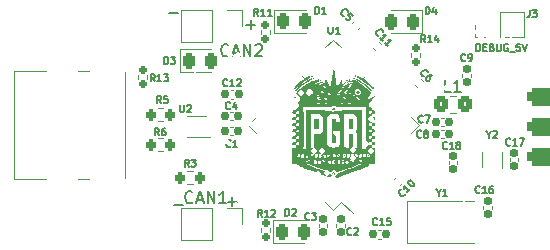
<source format=gto>
G04 #@! TF.GenerationSoftware,KiCad,Pcbnew,7.0.6*
G04 #@! TF.CreationDate,2024-02-06T23:19:41+01:00*
G04 #@! TF.ProjectId,USB2CANv2,55534232-4341-44e7-9632-2e6b69636164,0_2*
G04 #@! TF.SameCoordinates,Original*
G04 #@! TF.FileFunction,Legend,Top*
G04 #@! TF.FilePolarity,Positive*
%FSLAX46Y46*%
G04 Gerber Fmt 4.6, Leading zero omitted, Abs format (unit mm)*
G04 Created by KiCad (PCBNEW 7.0.6) date 2024-02-06 23:19:41*
%MOMM*%
%LPD*%
G01*
G04 APERTURE LIST*
G04 Aperture macros list*
%AMRoundRect*
0 Rectangle with rounded corners*
0 $1 Rounding radius*
0 $2 $3 $4 $5 $6 $7 $8 $9 X,Y pos of 4 corners*
0 Add a 4 corners polygon primitive as box body*
4,1,4,$2,$3,$4,$5,$6,$7,$8,$9,$2,$3,0*
0 Add four circle primitives for the rounded corners*
1,1,$1+$1,$2,$3*
1,1,$1+$1,$4,$5*
1,1,$1+$1,$6,$7*
1,1,$1+$1,$8,$9*
0 Add four rect primitives between the rounded corners*
20,1,$1+$1,$2,$3,$4,$5,0*
20,1,$1+$1,$4,$5,$6,$7,0*
20,1,$1+$1,$6,$7,$8,$9,0*
20,1,$1+$1,$8,$9,$2,$3,0*%
G04 Aperture macros list end*
%ADD10C,0.150000*%
%ADD11C,0.120000*%
%ADD12O,1.350000X1.350000*%
%ADD13R,1.350000X1.350000*%
%ADD14RoundRect,0.200000X0.200000X0.275000X-0.200000X0.275000X-0.200000X-0.275000X0.200000X-0.275000X0*%
%ADD15R,0.500000X0.375000*%
%ADD16R,0.650000X0.300000*%
%ADD17RoundRect,0.155000X0.155000X-0.212500X0.155000X0.212500X-0.155000X0.212500X-0.155000X-0.212500X0*%
%ADD18R,1.700000X1.700000*%
%ADD19O,1.700000X1.700000*%
%ADD20RoundRect,0.155000X-0.212500X-0.155000X0.212500X-0.155000X0.212500X0.155000X-0.212500X0.155000X0*%
%ADD21RoundRect,0.160000X-0.160000X0.197500X-0.160000X-0.197500X0.160000X-0.197500X0.160000X0.197500X0*%
%ADD22RoundRect,0.250000X-0.325000X-0.450000X0.325000X-0.450000X0.325000X0.450000X-0.325000X0.450000X0*%
%ADD23C,2.100000*%
%ADD24RoundRect,0.243750X-0.243750X-0.456250X0.243750X-0.456250X0.243750X0.456250X-0.243750X0.456250X0*%
%ADD25RoundRect,0.381000X2.119000X0.381000X-2.119000X0.381000X-2.119000X-0.381000X2.119000X-0.381000X0*%
%ADD26R,2.000000X2.400000*%
%ADD27R,1.800000X1.000000*%
%ADD28C,0.700000*%
%ADD29O,1.700000X0.900000*%
%ADD30O,2.400000X0.900000*%
%ADD31RoundRect,0.075000X0.548008X0.441942X0.441942X0.548008X-0.548008X-0.441942X-0.441942X-0.548008X0*%
%ADD32RoundRect,0.075000X0.548008X-0.441942X-0.441942X0.548008X-0.548008X0.441942X0.441942X-0.548008X0*%
%ADD33RoundRect,0.155000X0.212500X0.155000X-0.212500X0.155000X-0.212500X-0.155000X0.212500X-0.155000X0*%
%ADD34RoundRect,0.155000X-0.259862X0.040659X0.040659X-0.259862X0.259862X-0.040659X-0.040659X0.259862X0*%
%ADD35RoundRect,0.200000X-0.200000X-0.275000X0.200000X-0.275000X0.200000X0.275000X-0.200000X0.275000X0*%
%ADD36RoundRect,0.155000X-0.155000X0.212500X-0.155000X-0.212500X0.155000X-0.212500X0.155000X0.212500X0*%
%ADD37RoundRect,0.243750X0.243750X0.456250X-0.243750X0.456250X-0.243750X-0.456250X0.243750X-0.456250X0*%
%ADD38RoundRect,0.155000X-0.040659X-0.259862X0.259862X0.040659X0.040659X0.259862X-0.259862X-0.040659X0*%
%ADD39C,0.500000*%
G04 APERTURE END LIST*
D10*
X157527141Y-91397171D02*
X157527141Y-90797171D01*
X157527141Y-90797171D02*
X157669998Y-90797171D01*
X157669998Y-90797171D02*
X157755712Y-90825742D01*
X157755712Y-90825742D02*
X157812855Y-90882885D01*
X157812855Y-90882885D02*
X157841426Y-90940028D01*
X157841426Y-90940028D02*
X157869998Y-91054314D01*
X157869998Y-91054314D02*
X157869998Y-91140028D01*
X157869998Y-91140028D02*
X157841426Y-91254314D01*
X157841426Y-91254314D02*
X157812855Y-91311457D01*
X157812855Y-91311457D02*
X157755712Y-91368600D01*
X157755712Y-91368600D02*
X157669998Y-91397171D01*
X157669998Y-91397171D02*
X157527141Y-91397171D01*
X158127141Y-91082885D02*
X158327141Y-91082885D01*
X158412855Y-91397171D02*
X158127141Y-91397171D01*
X158127141Y-91397171D02*
X158127141Y-90797171D01*
X158127141Y-90797171D02*
X158412855Y-90797171D01*
X158869998Y-91082885D02*
X158955712Y-91111457D01*
X158955712Y-91111457D02*
X158984283Y-91140028D01*
X158984283Y-91140028D02*
X159012855Y-91197171D01*
X159012855Y-91197171D02*
X159012855Y-91282885D01*
X159012855Y-91282885D02*
X158984283Y-91340028D01*
X158984283Y-91340028D02*
X158955712Y-91368600D01*
X158955712Y-91368600D02*
X158898569Y-91397171D01*
X158898569Y-91397171D02*
X158669998Y-91397171D01*
X158669998Y-91397171D02*
X158669998Y-90797171D01*
X158669998Y-90797171D02*
X158869998Y-90797171D01*
X158869998Y-90797171D02*
X158927141Y-90825742D01*
X158927141Y-90825742D02*
X158955712Y-90854314D01*
X158955712Y-90854314D02*
X158984283Y-90911457D01*
X158984283Y-90911457D02*
X158984283Y-90968600D01*
X158984283Y-90968600D02*
X158955712Y-91025742D01*
X158955712Y-91025742D02*
X158927141Y-91054314D01*
X158927141Y-91054314D02*
X158869998Y-91082885D01*
X158869998Y-91082885D02*
X158669998Y-91082885D01*
X159269998Y-90797171D02*
X159269998Y-91282885D01*
X159269998Y-91282885D02*
X159298569Y-91340028D01*
X159298569Y-91340028D02*
X159327141Y-91368600D01*
X159327141Y-91368600D02*
X159384283Y-91397171D01*
X159384283Y-91397171D02*
X159498569Y-91397171D01*
X159498569Y-91397171D02*
X159555712Y-91368600D01*
X159555712Y-91368600D02*
X159584283Y-91340028D01*
X159584283Y-91340028D02*
X159612855Y-91282885D01*
X159612855Y-91282885D02*
X159612855Y-90797171D01*
X160212854Y-90825742D02*
X160155712Y-90797171D01*
X160155712Y-90797171D02*
X160069997Y-90797171D01*
X160069997Y-90797171D02*
X159984283Y-90825742D01*
X159984283Y-90825742D02*
X159927140Y-90882885D01*
X159927140Y-90882885D02*
X159898569Y-90940028D01*
X159898569Y-90940028D02*
X159869997Y-91054314D01*
X159869997Y-91054314D02*
X159869997Y-91140028D01*
X159869997Y-91140028D02*
X159898569Y-91254314D01*
X159898569Y-91254314D02*
X159927140Y-91311457D01*
X159927140Y-91311457D02*
X159984283Y-91368600D01*
X159984283Y-91368600D02*
X160069997Y-91397171D01*
X160069997Y-91397171D02*
X160127140Y-91397171D01*
X160127140Y-91397171D02*
X160212854Y-91368600D01*
X160212854Y-91368600D02*
X160241426Y-91340028D01*
X160241426Y-91340028D02*
X160241426Y-91140028D01*
X160241426Y-91140028D02*
X160127140Y-91140028D01*
X160355712Y-91454314D02*
X160812854Y-91454314D01*
X161241426Y-90797171D02*
X160955712Y-90797171D01*
X160955712Y-90797171D02*
X160927140Y-91082885D01*
X160927140Y-91082885D02*
X160955712Y-91054314D01*
X160955712Y-91054314D02*
X161012855Y-91025742D01*
X161012855Y-91025742D02*
X161155712Y-91025742D01*
X161155712Y-91025742D02*
X161212855Y-91054314D01*
X161212855Y-91054314D02*
X161241426Y-91082885D01*
X161241426Y-91082885D02*
X161269997Y-91140028D01*
X161269997Y-91140028D02*
X161269997Y-91282885D01*
X161269997Y-91282885D02*
X161241426Y-91340028D01*
X161241426Y-91340028D02*
X161212855Y-91368600D01*
X161212855Y-91368600D02*
X161155712Y-91397171D01*
X161155712Y-91397171D02*
X161012855Y-91397171D01*
X161012855Y-91397171D02*
X160955712Y-91368600D01*
X160955712Y-91368600D02*
X160927140Y-91340028D01*
X161441426Y-90797171D02*
X161641426Y-91397171D01*
X161641426Y-91397171D02*
X161841426Y-90797171D01*
X131526779Y-88134866D02*
X132288684Y-88134866D01*
X131908779Y-104390866D02*
X132670684Y-104390866D01*
X136480779Y-104136866D02*
X137242684Y-104136866D01*
X136861731Y-104517819D02*
X136861731Y-103755914D01*
X138069779Y-89150866D02*
X138831684Y-89150866D01*
X138450731Y-89531819D02*
X138450731Y-88769914D01*
X136544207Y-91722580D02*
X136496588Y-91770200D01*
X136496588Y-91770200D02*
X136353731Y-91817819D01*
X136353731Y-91817819D02*
X136258493Y-91817819D01*
X136258493Y-91817819D02*
X136115636Y-91770200D01*
X136115636Y-91770200D02*
X136020398Y-91674961D01*
X136020398Y-91674961D02*
X135972779Y-91579723D01*
X135972779Y-91579723D02*
X135925160Y-91389247D01*
X135925160Y-91389247D02*
X135925160Y-91246390D01*
X135925160Y-91246390D02*
X135972779Y-91055914D01*
X135972779Y-91055914D02*
X136020398Y-90960676D01*
X136020398Y-90960676D02*
X136115636Y-90865438D01*
X136115636Y-90865438D02*
X136258493Y-90817819D01*
X136258493Y-90817819D02*
X136353731Y-90817819D01*
X136353731Y-90817819D02*
X136496588Y-90865438D01*
X136496588Y-90865438D02*
X136544207Y-90913057D01*
X136925160Y-91532104D02*
X137401350Y-91532104D01*
X136829922Y-91817819D02*
X137163255Y-90817819D01*
X137163255Y-90817819D02*
X137496588Y-91817819D01*
X137829922Y-91817819D02*
X137829922Y-90817819D01*
X137829922Y-90817819D02*
X138401350Y-91817819D01*
X138401350Y-91817819D02*
X138401350Y-90817819D01*
X138829922Y-90913057D02*
X138877541Y-90865438D01*
X138877541Y-90865438D02*
X138972779Y-90817819D01*
X138972779Y-90817819D02*
X139210874Y-90817819D01*
X139210874Y-90817819D02*
X139306112Y-90865438D01*
X139306112Y-90865438D02*
X139353731Y-90913057D01*
X139353731Y-90913057D02*
X139401350Y-91008295D01*
X139401350Y-91008295D02*
X139401350Y-91103533D01*
X139401350Y-91103533D02*
X139353731Y-91246390D01*
X139353731Y-91246390D02*
X138782303Y-91817819D01*
X138782303Y-91817819D02*
X139401350Y-91817819D01*
X133496207Y-104168580D02*
X133448588Y-104216200D01*
X133448588Y-104216200D02*
X133305731Y-104263819D01*
X133305731Y-104263819D02*
X133210493Y-104263819D01*
X133210493Y-104263819D02*
X133067636Y-104216200D01*
X133067636Y-104216200D02*
X132972398Y-104120961D01*
X132972398Y-104120961D02*
X132924779Y-104025723D01*
X132924779Y-104025723D02*
X132877160Y-103835247D01*
X132877160Y-103835247D02*
X132877160Y-103692390D01*
X132877160Y-103692390D02*
X132924779Y-103501914D01*
X132924779Y-103501914D02*
X132972398Y-103406676D01*
X132972398Y-103406676D02*
X133067636Y-103311438D01*
X133067636Y-103311438D02*
X133210493Y-103263819D01*
X133210493Y-103263819D02*
X133305731Y-103263819D01*
X133305731Y-103263819D02*
X133448588Y-103311438D01*
X133448588Y-103311438D02*
X133496207Y-103359057D01*
X133877160Y-103978104D02*
X134353350Y-103978104D01*
X133781922Y-104263819D02*
X134115255Y-103263819D01*
X134115255Y-103263819D02*
X134448588Y-104263819D01*
X134781922Y-104263819D02*
X134781922Y-103263819D01*
X134781922Y-103263819D02*
X135353350Y-104263819D01*
X135353350Y-104263819D02*
X135353350Y-103263819D01*
X136353350Y-104263819D02*
X135781922Y-104263819D01*
X136067636Y-104263819D02*
X136067636Y-103263819D01*
X136067636Y-103263819D02*
X135972398Y-103406676D01*
X135972398Y-103406676D02*
X135877160Y-103501914D01*
X135877160Y-103501914D02*
X135781922Y-103549533D01*
X162045599Y-87922171D02*
X162045599Y-88350742D01*
X162045599Y-88350742D02*
X162017028Y-88436457D01*
X162017028Y-88436457D02*
X161959885Y-88493600D01*
X161959885Y-88493600D02*
X161874171Y-88522171D01*
X161874171Y-88522171D02*
X161817028Y-88522171D01*
X162274171Y-87922171D02*
X162645599Y-87922171D01*
X162645599Y-87922171D02*
X162445599Y-88150742D01*
X162445599Y-88150742D02*
X162531314Y-88150742D01*
X162531314Y-88150742D02*
X162588457Y-88179314D01*
X162588457Y-88179314D02*
X162617028Y-88207885D01*
X162617028Y-88207885D02*
X162645599Y-88265028D01*
X162645599Y-88265028D02*
X162645599Y-88407885D01*
X162645599Y-88407885D02*
X162617028Y-88465028D01*
X162617028Y-88465028D02*
X162588457Y-88493600D01*
X162588457Y-88493600D02*
X162531314Y-88522171D01*
X162531314Y-88522171D02*
X162359885Y-88522171D01*
X162359885Y-88522171D02*
X162302742Y-88493600D01*
X162302742Y-88493600D02*
X162274171Y-88465028D01*
X130850000Y-95789771D02*
X130650000Y-95504057D01*
X130507143Y-95789771D02*
X130507143Y-95189771D01*
X130507143Y-95189771D02*
X130735714Y-95189771D01*
X130735714Y-95189771D02*
X130792857Y-95218342D01*
X130792857Y-95218342D02*
X130821428Y-95246914D01*
X130821428Y-95246914D02*
X130850000Y-95304057D01*
X130850000Y-95304057D02*
X130850000Y-95389771D01*
X130850000Y-95389771D02*
X130821428Y-95446914D01*
X130821428Y-95446914D02*
X130792857Y-95475485D01*
X130792857Y-95475485D02*
X130735714Y-95504057D01*
X130735714Y-95504057D02*
X130507143Y-95504057D01*
X131392857Y-95189771D02*
X131107143Y-95189771D01*
X131107143Y-95189771D02*
X131078571Y-95475485D01*
X131078571Y-95475485D02*
X131107143Y-95446914D01*
X131107143Y-95446914D02*
X131164286Y-95418342D01*
X131164286Y-95418342D02*
X131307143Y-95418342D01*
X131307143Y-95418342D02*
X131364286Y-95446914D01*
X131364286Y-95446914D02*
X131392857Y-95475485D01*
X131392857Y-95475485D02*
X131421428Y-95532628D01*
X131421428Y-95532628D02*
X131421428Y-95675485D01*
X131421428Y-95675485D02*
X131392857Y-95732628D01*
X131392857Y-95732628D02*
X131364286Y-95761200D01*
X131364286Y-95761200D02*
X131307143Y-95789771D01*
X131307143Y-95789771D02*
X131164286Y-95789771D01*
X131164286Y-95789771D02*
X131107143Y-95761200D01*
X131107143Y-95761200D02*
X131078571Y-95732628D01*
X132452857Y-95949771D02*
X132452857Y-96435485D01*
X132452857Y-96435485D02*
X132481428Y-96492628D01*
X132481428Y-96492628D02*
X132510000Y-96521200D01*
X132510000Y-96521200D02*
X132567142Y-96549771D01*
X132567142Y-96549771D02*
X132681428Y-96549771D01*
X132681428Y-96549771D02*
X132738571Y-96521200D01*
X132738571Y-96521200D02*
X132767142Y-96492628D01*
X132767142Y-96492628D02*
X132795714Y-96435485D01*
X132795714Y-96435485D02*
X132795714Y-95949771D01*
X133052856Y-96006914D02*
X133081428Y-95978342D01*
X133081428Y-95978342D02*
X133138571Y-95949771D01*
X133138571Y-95949771D02*
X133281428Y-95949771D01*
X133281428Y-95949771D02*
X133338571Y-95978342D01*
X133338571Y-95978342D02*
X133367142Y-96006914D01*
X133367142Y-96006914D02*
X133395713Y-96064057D01*
X133395713Y-96064057D02*
X133395713Y-96121200D01*
X133395713Y-96121200D02*
X133367142Y-96206914D01*
X133367142Y-96206914D02*
X133024285Y-96549771D01*
X133024285Y-96549771D02*
X133395713Y-96549771D01*
X157834285Y-103362628D02*
X157805713Y-103391200D01*
X157805713Y-103391200D02*
X157719999Y-103419771D01*
X157719999Y-103419771D02*
X157662856Y-103419771D01*
X157662856Y-103419771D02*
X157577142Y-103391200D01*
X157577142Y-103391200D02*
X157519999Y-103334057D01*
X157519999Y-103334057D02*
X157491428Y-103276914D01*
X157491428Y-103276914D02*
X157462856Y-103162628D01*
X157462856Y-103162628D02*
X157462856Y-103076914D01*
X157462856Y-103076914D02*
X157491428Y-102962628D01*
X157491428Y-102962628D02*
X157519999Y-102905485D01*
X157519999Y-102905485D02*
X157577142Y-102848342D01*
X157577142Y-102848342D02*
X157662856Y-102819771D01*
X157662856Y-102819771D02*
X157719999Y-102819771D01*
X157719999Y-102819771D02*
X157805713Y-102848342D01*
X157805713Y-102848342D02*
X157834285Y-102876914D01*
X158405713Y-103419771D02*
X158062856Y-103419771D01*
X158234285Y-103419771D02*
X158234285Y-102819771D01*
X158234285Y-102819771D02*
X158177142Y-102905485D01*
X158177142Y-102905485D02*
X158119999Y-102962628D01*
X158119999Y-102962628D02*
X158062856Y-102991200D01*
X158920000Y-102819771D02*
X158805714Y-102819771D01*
X158805714Y-102819771D02*
X158748571Y-102848342D01*
X158748571Y-102848342D02*
X158720000Y-102876914D01*
X158720000Y-102876914D02*
X158662857Y-102962628D01*
X158662857Y-102962628D02*
X158634285Y-103076914D01*
X158634285Y-103076914D02*
X158634285Y-103305485D01*
X158634285Y-103305485D02*
X158662857Y-103362628D01*
X158662857Y-103362628D02*
X158691428Y-103391200D01*
X158691428Y-103391200D02*
X158748571Y-103419771D01*
X158748571Y-103419771D02*
X158862857Y-103419771D01*
X158862857Y-103419771D02*
X158920000Y-103391200D01*
X158920000Y-103391200D02*
X158948571Y-103362628D01*
X158948571Y-103362628D02*
X158977142Y-103305485D01*
X158977142Y-103305485D02*
X158977142Y-103162628D01*
X158977142Y-103162628D02*
X158948571Y-103105485D01*
X158948571Y-103105485D02*
X158920000Y-103076914D01*
X158920000Y-103076914D02*
X158862857Y-103048342D01*
X158862857Y-103048342D02*
X158748571Y-103048342D01*
X158748571Y-103048342D02*
X158691428Y-103076914D01*
X158691428Y-103076914D02*
X158662857Y-103105485D01*
X158662857Y-103105485D02*
X158634285Y-103162628D01*
X152890000Y-98652628D02*
X152861428Y-98681200D01*
X152861428Y-98681200D02*
X152775714Y-98709771D01*
X152775714Y-98709771D02*
X152718571Y-98709771D01*
X152718571Y-98709771D02*
X152632857Y-98681200D01*
X152632857Y-98681200D02*
X152575714Y-98624057D01*
X152575714Y-98624057D02*
X152547143Y-98566914D01*
X152547143Y-98566914D02*
X152518571Y-98452628D01*
X152518571Y-98452628D02*
X152518571Y-98366914D01*
X152518571Y-98366914D02*
X152547143Y-98252628D01*
X152547143Y-98252628D02*
X152575714Y-98195485D01*
X152575714Y-98195485D02*
X152632857Y-98138342D01*
X152632857Y-98138342D02*
X152718571Y-98109771D01*
X152718571Y-98109771D02*
X152775714Y-98109771D01*
X152775714Y-98109771D02*
X152861428Y-98138342D01*
X152861428Y-98138342D02*
X152890000Y-98166914D01*
X153232857Y-98366914D02*
X153175714Y-98338342D01*
X153175714Y-98338342D02*
X153147143Y-98309771D01*
X153147143Y-98309771D02*
X153118571Y-98252628D01*
X153118571Y-98252628D02*
X153118571Y-98224057D01*
X153118571Y-98224057D02*
X153147143Y-98166914D01*
X153147143Y-98166914D02*
X153175714Y-98138342D01*
X153175714Y-98138342D02*
X153232857Y-98109771D01*
X153232857Y-98109771D02*
X153347143Y-98109771D01*
X153347143Y-98109771D02*
X153404286Y-98138342D01*
X153404286Y-98138342D02*
X153432857Y-98166914D01*
X153432857Y-98166914D02*
X153461428Y-98224057D01*
X153461428Y-98224057D02*
X153461428Y-98252628D01*
X153461428Y-98252628D02*
X153432857Y-98309771D01*
X153432857Y-98309771D02*
X153404286Y-98338342D01*
X153404286Y-98338342D02*
X153347143Y-98366914D01*
X153347143Y-98366914D02*
X153232857Y-98366914D01*
X153232857Y-98366914D02*
X153175714Y-98395485D01*
X153175714Y-98395485D02*
X153147143Y-98424057D01*
X153147143Y-98424057D02*
X153118571Y-98481200D01*
X153118571Y-98481200D02*
X153118571Y-98595485D01*
X153118571Y-98595485D02*
X153147143Y-98652628D01*
X153147143Y-98652628D02*
X153175714Y-98681200D01*
X153175714Y-98681200D02*
X153232857Y-98709771D01*
X153232857Y-98709771D02*
X153347143Y-98709771D01*
X153347143Y-98709771D02*
X153404286Y-98681200D01*
X153404286Y-98681200D02*
X153432857Y-98652628D01*
X153432857Y-98652628D02*
X153461428Y-98595485D01*
X153461428Y-98595485D02*
X153461428Y-98481200D01*
X153461428Y-98481200D02*
X153432857Y-98424057D01*
X153432857Y-98424057D02*
X153404286Y-98395485D01*
X153404286Y-98395485D02*
X153347143Y-98366914D01*
X139392785Y-105425771D02*
X139192785Y-105140057D01*
X139049928Y-105425771D02*
X139049928Y-104825771D01*
X139049928Y-104825771D02*
X139278499Y-104825771D01*
X139278499Y-104825771D02*
X139335642Y-104854342D01*
X139335642Y-104854342D02*
X139364213Y-104882914D01*
X139364213Y-104882914D02*
X139392785Y-104940057D01*
X139392785Y-104940057D02*
X139392785Y-105025771D01*
X139392785Y-105025771D02*
X139364213Y-105082914D01*
X139364213Y-105082914D02*
X139335642Y-105111485D01*
X139335642Y-105111485D02*
X139278499Y-105140057D01*
X139278499Y-105140057D02*
X139049928Y-105140057D01*
X139964213Y-105425771D02*
X139621356Y-105425771D01*
X139792785Y-105425771D02*
X139792785Y-104825771D01*
X139792785Y-104825771D02*
X139735642Y-104911485D01*
X139735642Y-104911485D02*
X139678499Y-104968628D01*
X139678499Y-104968628D02*
X139621356Y-104997200D01*
X140192785Y-104882914D02*
X140221357Y-104854342D01*
X140221357Y-104854342D02*
X140278500Y-104825771D01*
X140278500Y-104825771D02*
X140421357Y-104825771D01*
X140421357Y-104825771D02*
X140478500Y-104854342D01*
X140478500Y-104854342D02*
X140507071Y-104882914D01*
X140507071Y-104882914D02*
X140535642Y-104940057D01*
X140535642Y-104940057D02*
X140535642Y-104997200D01*
X140535642Y-104997200D02*
X140507071Y-105082914D01*
X140507071Y-105082914D02*
X140164214Y-105425771D01*
X140164214Y-105425771D02*
X140535642Y-105425771D01*
X155373333Y-94844819D02*
X154897143Y-94844819D01*
X154897143Y-94844819D02*
X154897143Y-93844819D01*
X156230476Y-94844819D02*
X155659048Y-94844819D01*
X155944762Y-94844819D02*
X155944762Y-93844819D01*
X155944762Y-93844819D02*
X155849524Y-93987676D01*
X155849524Y-93987676D02*
X155754286Y-94082914D01*
X155754286Y-94082914D02*
X155659048Y-94130533D01*
X156618000Y-92182628D02*
X156589428Y-92211200D01*
X156589428Y-92211200D02*
X156503714Y-92239771D01*
X156503714Y-92239771D02*
X156446571Y-92239771D01*
X156446571Y-92239771D02*
X156360857Y-92211200D01*
X156360857Y-92211200D02*
X156303714Y-92154057D01*
X156303714Y-92154057D02*
X156275143Y-92096914D01*
X156275143Y-92096914D02*
X156246571Y-91982628D01*
X156246571Y-91982628D02*
X156246571Y-91896914D01*
X156246571Y-91896914D02*
X156275143Y-91782628D01*
X156275143Y-91782628D02*
X156303714Y-91725485D01*
X156303714Y-91725485D02*
X156360857Y-91668342D01*
X156360857Y-91668342D02*
X156446571Y-91639771D01*
X156446571Y-91639771D02*
X156503714Y-91639771D01*
X156503714Y-91639771D02*
X156589428Y-91668342D01*
X156589428Y-91668342D02*
X156618000Y-91696914D01*
X156903714Y-92239771D02*
X157018000Y-92239771D01*
X157018000Y-92239771D02*
X157075143Y-92211200D01*
X157075143Y-92211200D02*
X157103714Y-92182628D01*
X157103714Y-92182628D02*
X157160857Y-92096914D01*
X157160857Y-92096914D02*
X157189428Y-91982628D01*
X157189428Y-91982628D02*
X157189428Y-91754057D01*
X157189428Y-91754057D02*
X157160857Y-91696914D01*
X157160857Y-91696914D02*
X157132286Y-91668342D01*
X157132286Y-91668342D02*
X157075143Y-91639771D01*
X157075143Y-91639771D02*
X156960857Y-91639771D01*
X156960857Y-91639771D02*
X156903714Y-91668342D01*
X156903714Y-91668342D02*
X156875143Y-91696914D01*
X156875143Y-91696914D02*
X156846571Y-91754057D01*
X156846571Y-91754057D02*
X156846571Y-91896914D01*
X156846571Y-91896914D02*
X156875143Y-91954057D01*
X156875143Y-91954057D02*
X156903714Y-91982628D01*
X156903714Y-91982628D02*
X156960857Y-92011200D01*
X156960857Y-92011200D02*
X157075143Y-92011200D01*
X157075143Y-92011200D02*
X157132286Y-91982628D01*
X157132286Y-91982628D02*
X157160857Y-91954057D01*
X157160857Y-91954057D02*
X157189428Y-91896914D01*
X139064285Y-88407771D02*
X138864285Y-88122057D01*
X138721428Y-88407771D02*
X138721428Y-87807771D01*
X138721428Y-87807771D02*
X138949999Y-87807771D01*
X138949999Y-87807771D02*
X139007142Y-87836342D01*
X139007142Y-87836342D02*
X139035713Y-87864914D01*
X139035713Y-87864914D02*
X139064285Y-87922057D01*
X139064285Y-87922057D02*
X139064285Y-88007771D01*
X139064285Y-88007771D02*
X139035713Y-88064914D01*
X139035713Y-88064914D02*
X139007142Y-88093485D01*
X139007142Y-88093485D02*
X138949999Y-88122057D01*
X138949999Y-88122057D02*
X138721428Y-88122057D01*
X139635713Y-88407771D02*
X139292856Y-88407771D01*
X139464285Y-88407771D02*
X139464285Y-87807771D01*
X139464285Y-87807771D02*
X139407142Y-87893485D01*
X139407142Y-87893485D02*
X139349999Y-87950628D01*
X139349999Y-87950628D02*
X139292856Y-87979200D01*
X140207142Y-88407771D02*
X139864285Y-88407771D01*
X140035714Y-88407771D02*
X140035714Y-87807771D01*
X140035714Y-87807771D02*
X139978571Y-87893485D01*
X139978571Y-87893485D02*
X139921428Y-87950628D01*
X139921428Y-87950628D02*
X139864285Y-87979200D01*
X130670000Y-98529771D02*
X130470000Y-98244057D01*
X130327143Y-98529771D02*
X130327143Y-97929771D01*
X130327143Y-97929771D02*
X130555714Y-97929771D01*
X130555714Y-97929771D02*
X130612857Y-97958342D01*
X130612857Y-97958342D02*
X130641428Y-97986914D01*
X130641428Y-97986914D02*
X130670000Y-98044057D01*
X130670000Y-98044057D02*
X130670000Y-98129771D01*
X130670000Y-98129771D02*
X130641428Y-98186914D01*
X130641428Y-98186914D02*
X130612857Y-98215485D01*
X130612857Y-98215485D02*
X130555714Y-98244057D01*
X130555714Y-98244057D02*
X130327143Y-98244057D01*
X131184286Y-97929771D02*
X131070000Y-97929771D01*
X131070000Y-97929771D02*
X131012857Y-97958342D01*
X131012857Y-97958342D02*
X130984286Y-97986914D01*
X130984286Y-97986914D02*
X130927143Y-98072628D01*
X130927143Y-98072628D02*
X130898571Y-98186914D01*
X130898571Y-98186914D02*
X130898571Y-98415485D01*
X130898571Y-98415485D02*
X130927143Y-98472628D01*
X130927143Y-98472628D02*
X130955714Y-98501200D01*
X130955714Y-98501200D02*
X131012857Y-98529771D01*
X131012857Y-98529771D02*
X131127143Y-98529771D01*
X131127143Y-98529771D02*
X131184286Y-98501200D01*
X131184286Y-98501200D02*
X131212857Y-98472628D01*
X131212857Y-98472628D02*
X131241428Y-98415485D01*
X131241428Y-98415485D02*
X131241428Y-98272628D01*
X131241428Y-98272628D02*
X131212857Y-98215485D01*
X131212857Y-98215485D02*
X131184286Y-98186914D01*
X131184286Y-98186914D02*
X131127143Y-98158342D01*
X131127143Y-98158342D02*
X131012857Y-98158342D01*
X131012857Y-98158342D02*
X130955714Y-98186914D01*
X130955714Y-98186914D02*
X130927143Y-98215485D01*
X130927143Y-98215485D02*
X130898571Y-98272628D01*
X143904643Y-88219771D02*
X143904643Y-87619771D01*
X143904643Y-87619771D02*
X144047500Y-87619771D01*
X144047500Y-87619771D02*
X144133214Y-87648342D01*
X144133214Y-87648342D02*
X144190357Y-87705485D01*
X144190357Y-87705485D02*
X144218928Y-87762628D01*
X144218928Y-87762628D02*
X144247500Y-87876914D01*
X144247500Y-87876914D02*
X144247500Y-87962628D01*
X144247500Y-87962628D02*
X144218928Y-88076914D01*
X144218928Y-88076914D02*
X144190357Y-88134057D01*
X144190357Y-88134057D02*
X144133214Y-88191200D01*
X144133214Y-88191200D02*
X144047500Y-88219771D01*
X144047500Y-88219771D02*
X143904643Y-88219771D01*
X144818928Y-88219771D02*
X144476071Y-88219771D01*
X144647500Y-88219771D02*
X144647500Y-87619771D01*
X144647500Y-87619771D02*
X144590357Y-87705485D01*
X144590357Y-87705485D02*
X144533214Y-87762628D01*
X144533214Y-87762628D02*
X144476071Y-87791200D01*
X141357643Y-105319770D02*
X141357643Y-104719770D01*
X141357643Y-104719770D02*
X141500500Y-104719770D01*
X141500500Y-104719770D02*
X141586214Y-104748341D01*
X141586214Y-104748341D02*
X141643357Y-104805484D01*
X141643357Y-104805484D02*
X141671928Y-104862627D01*
X141671928Y-104862627D02*
X141700500Y-104976913D01*
X141700500Y-104976913D02*
X141700500Y-105062627D01*
X141700500Y-105062627D02*
X141671928Y-105176913D01*
X141671928Y-105176913D02*
X141643357Y-105234056D01*
X141643357Y-105234056D02*
X141586214Y-105291199D01*
X141586214Y-105291199D02*
X141500500Y-105319770D01*
X141500500Y-105319770D02*
X141357643Y-105319770D01*
X141929071Y-104776913D02*
X141957643Y-104748341D01*
X141957643Y-104748341D02*
X142014786Y-104719770D01*
X142014786Y-104719770D02*
X142157643Y-104719770D01*
X142157643Y-104719770D02*
X142214786Y-104748341D01*
X142214786Y-104748341D02*
X142243357Y-104776913D01*
X142243357Y-104776913D02*
X142271928Y-104834056D01*
X142271928Y-104834056D02*
X142271928Y-104891199D01*
X142271928Y-104891199D02*
X142243357Y-104976913D01*
X142243357Y-104976913D02*
X141900500Y-105319770D01*
X141900500Y-105319770D02*
X142271928Y-105319770D01*
X154344285Y-103394057D02*
X154344285Y-103679771D01*
X154144285Y-103079771D02*
X154344285Y-103394057D01*
X154344285Y-103394057D02*
X154544285Y-103079771D01*
X155058571Y-103679771D02*
X154715714Y-103679771D01*
X154887143Y-103679771D02*
X154887143Y-103079771D01*
X154887143Y-103079771D02*
X154830000Y-103165485D01*
X154830000Y-103165485D02*
X154772857Y-103222628D01*
X154772857Y-103222628D02*
X154715714Y-103251200D01*
X158584285Y-98454057D02*
X158584285Y-98739771D01*
X158384285Y-98139771D02*
X158584285Y-98454057D01*
X158584285Y-98454057D02*
X158784285Y-98139771D01*
X158955714Y-98196914D02*
X158984286Y-98168342D01*
X158984286Y-98168342D02*
X159041429Y-98139771D01*
X159041429Y-98139771D02*
X159184286Y-98139771D01*
X159184286Y-98139771D02*
X159241429Y-98168342D01*
X159241429Y-98168342D02*
X159270000Y-98196914D01*
X159270000Y-98196914D02*
X159298571Y-98254057D01*
X159298571Y-98254057D02*
X159298571Y-98311200D01*
X159298571Y-98311200D02*
X159270000Y-98396914D01*
X159270000Y-98396914D02*
X158927143Y-98739771D01*
X158927143Y-98739771D02*
X159298571Y-98739771D01*
X153214285Y-90649771D02*
X153014285Y-90364057D01*
X152871428Y-90649771D02*
X152871428Y-90049771D01*
X152871428Y-90049771D02*
X153099999Y-90049771D01*
X153099999Y-90049771D02*
X153157142Y-90078342D01*
X153157142Y-90078342D02*
X153185713Y-90106914D01*
X153185713Y-90106914D02*
X153214285Y-90164057D01*
X153214285Y-90164057D02*
X153214285Y-90249771D01*
X153214285Y-90249771D02*
X153185713Y-90306914D01*
X153185713Y-90306914D02*
X153157142Y-90335485D01*
X153157142Y-90335485D02*
X153099999Y-90364057D01*
X153099999Y-90364057D02*
X152871428Y-90364057D01*
X153785713Y-90649771D02*
X153442856Y-90649771D01*
X153614285Y-90649771D02*
X153614285Y-90049771D01*
X153614285Y-90049771D02*
X153557142Y-90135485D01*
X153557142Y-90135485D02*
X153499999Y-90192628D01*
X153499999Y-90192628D02*
X153442856Y-90221200D01*
X154300000Y-90249771D02*
X154300000Y-90649771D01*
X154157142Y-90021200D02*
X154014285Y-90449771D01*
X154014285Y-90449771D02*
X154385714Y-90449771D01*
X145022857Y-89329771D02*
X145022857Y-89815485D01*
X145022857Y-89815485D02*
X145051428Y-89872628D01*
X145051428Y-89872628D02*
X145080000Y-89901200D01*
X145080000Y-89901200D02*
X145137142Y-89929771D01*
X145137142Y-89929771D02*
X145251428Y-89929771D01*
X145251428Y-89929771D02*
X145308571Y-89901200D01*
X145308571Y-89901200D02*
X145337142Y-89872628D01*
X145337142Y-89872628D02*
X145365714Y-89815485D01*
X145365714Y-89815485D02*
X145365714Y-89329771D01*
X145965713Y-89929771D02*
X145622856Y-89929771D01*
X145794285Y-89929771D02*
X145794285Y-89329771D01*
X145794285Y-89329771D02*
X145737142Y-89415485D01*
X145737142Y-89415485D02*
X145679999Y-89472628D01*
X145679999Y-89472628D02*
X145622856Y-89501200D01*
X136730000Y-99452628D02*
X136701428Y-99481200D01*
X136701428Y-99481200D02*
X136615714Y-99509771D01*
X136615714Y-99509771D02*
X136558571Y-99509771D01*
X136558571Y-99509771D02*
X136472857Y-99481200D01*
X136472857Y-99481200D02*
X136415714Y-99424057D01*
X136415714Y-99424057D02*
X136387143Y-99366914D01*
X136387143Y-99366914D02*
X136358571Y-99252628D01*
X136358571Y-99252628D02*
X136358571Y-99166914D01*
X136358571Y-99166914D02*
X136387143Y-99052628D01*
X136387143Y-99052628D02*
X136415714Y-98995485D01*
X136415714Y-98995485D02*
X136472857Y-98938342D01*
X136472857Y-98938342D02*
X136558571Y-98909771D01*
X136558571Y-98909771D02*
X136615714Y-98909771D01*
X136615714Y-98909771D02*
X136701428Y-98938342D01*
X136701428Y-98938342D02*
X136730000Y-98966914D01*
X137301428Y-99509771D02*
X136958571Y-99509771D01*
X137130000Y-99509771D02*
X137130000Y-98909771D01*
X137130000Y-98909771D02*
X137072857Y-98995485D01*
X137072857Y-98995485D02*
X137015714Y-99052628D01*
X137015714Y-99052628D02*
X136958571Y-99081200D01*
X153078938Y-93519640D02*
X153038532Y-93519640D01*
X153038532Y-93519640D02*
X152957720Y-93479234D01*
X152957720Y-93479234D02*
X152917314Y-93438828D01*
X152917314Y-93438828D02*
X152876907Y-93358016D01*
X152876907Y-93358016D02*
X152876907Y-93277204D01*
X152876907Y-93277204D02*
X152897110Y-93216594D01*
X152897110Y-93216594D02*
X152957720Y-93115579D01*
X152957720Y-93115579D02*
X153018329Y-93054970D01*
X153018329Y-93054970D02*
X153119344Y-92994361D01*
X153119344Y-92994361D02*
X153179953Y-92974158D01*
X153179953Y-92974158D02*
X153260765Y-92974158D01*
X153260765Y-92974158D02*
X153341578Y-93014564D01*
X153341578Y-93014564D02*
X153381984Y-93054970D01*
X153381984Y-93054970D02*
X153422390Y-93135782D01*
X153422390Y-93135782D02*
X153422390Y-93176188D01*
X153826451Y-93499437D02*
X153745639Y-93418625D01*
X153745639Y-93418625D02*
X153685029Y-93398422D01*
X153685029Y-93398422D02*
X153644623Y-93398422D01*
X153644623Y-93398422D02*
X153543608Y-93418625D01*
X153543608Y-93418625D02*
X153442593Y-93479234D01*
X153442593Y-93479234D02*
X153280968Y-93640858D01*
X153280968Y-93640858D02*
X153260765Y-93701468D01*
X153260765Y-93701468D02*
X153260765Y-93741874D01*
X153260765Y-93741874D02*
X153280968Y-93802483D01*
X153280968Y-93802483D02*
X153361781Y-93883295D01*
X153361781Y-93883295D02*
X153422390Y-93903498D01*
X153422390Y-93903498D02*
X153462796Y-93903498D01*
X153462796Y-93903498D02*
X153523405Y-93883295D01*
X153523405Y-93883295D02*
X153624420Y-93782280D01*
X153624420Y-93782280D02*
X153644623Y-93721671D01*
X153644623Y-93721671D02*
X153644623Y-93681265D01*
X153644623Y-93681265D02*
X153624420Y-93620655D01*
X153624420Y-93620655D02*
X153543608Y-93539843D01*
X153543608Y-93539843D02*
X153482999Y-93519640D01*
X153482999Y-93519640D02*
X153442593Y-93519640D01*
X153442593Y-93519640D02*
X153381984Y-93539843D01*
X136474285Y-94302628D02*
X136445713Y-94331200D01*
X136445713Y-94331200D02*
X136359999Y-94359771D01*
X136359999Y-94359771D02*
X136302856Y-94359771D01*
X136302856Y-94359771D02*
X136217142Y-94331200D01*
X136217142Y-94331200D02*
X136159999Y-94274057D01*
X136159999Y-94274057D02*
X136131428Y-94216914D01*
X136131428Y-94216914D02*
X136102856Y-94102628D01*
X136102856Y-94102628D02*
X136102856Y-94016914D01*
X136102856Y-94016914D02*
X136131428Y-93902628D01*
X136131428Y-93902628D02*
X136159999Y-93845485D01*
X136159999Y-93845485D02*
X136217142Y-93788342D01*
X136217142Y-93788342D02*
X136302856Y-93759771D01*
X136302856Y-93759771D02*
X136359999Y-93759771D01*
X136359999Y-93759771D02*
X136445713Y-93788342D01*
X136445713Y-93788342D02*
X136474285Y-93816914D01*
X137045713Y-94359771D02*
X136702856Y-94359771D01*
X136874285Y-94359771D02*
X136874285Y-93759771D01*
X136874285Y-93759771D02*
X136817142Y-93845485D01*
X136817142Y-93845485D02*
X136759999Y-93902628D01*
X136759999Y-93902628D02*
X136702856Y-93931200D01*
X137274285Y-93816914D02*
X137302857Y-93788342D01*
X137302857Y-93788342D02*
X137360000Y-93759771D01*
X137360000Y-93759771D02*
X137502857Y-93759771D01*
X137502857Y-93759771D02*
X137560000Y-93788342D01*
X137560000Y-93788342D02*
X137588571Y-93816914D01*
X137588571Y-93816914D02*
X137617142Y-93874057D01*
X137617142Y-93874057D02*
X137617142Y-93931200D01*
X137617142Y-93931200D02*
X137588571Y-94016914D01*
X137588571Y-94016914D02*
X137245714Y-94359771D01*
X137245714Y-94359771D02*
X137617142Y-94359771D01*
X149256907Y-90107609D02*
X149216501Y-90107609D01*
X149216501Y-90107609D02*
X149135689Y-90067203D01*
X149135689Y-90067203D02*
X149095282Y-90026797D01*
X149095282Y-90026797D02*
X149054876Y-89945985D01*
X149054876Y-89945985D02*
X149054876Y-89865173D01*
X149054876Y-89865173D02*
X149075079Y-89804563D01*
X149075079Y-89804563D02*
X149135689Y-89703548D01*
X149135689Y-89703548D02*
X149196298Y-89642939D01*
X149196298Y-89642939D02*
X149297313Y-89582330D01*
X149297313Y-89582330D02*
X149357922Y-89562127D01*
X149357922Y-89562127D02*
X149438734Y-89562127D01*
X149438734Y-89562127D02*
X149519547Y-89602533D01*
X149519547Y-89602533D02*
X149559953Y-89642939D01*
X149559953Y-89642939D02*
X149600359Y-89723751D01*
X149600359Y-89723751D02*
X149600359Y-89764157D01*
X149620562Y-90552076D02*
X149378125Y-90309640D01*
X149499344Y-90430858D02*
X149923608Y-90006594D01*
X149923608Y-90006594D02*
X149822592Y-90026797D01*
X149822592Y-90026797D02*
X149741780Y-90026797D01*
X149741780Y-90026797D02*
X149681171Y-90006594D01*
X150024623Y-90956138D02*
X149782187Y-90713701D01*
X149903405Y-90834919D02*
X150327669Y-90410655D01*
X150327669Y-90410655D02*
X150226654Y-90430858D01*
X150226654Y-90430858D02*
X150145841Y-90430858D01*
X150145841Y-90430858D02*
X150085232Y-90410655D01*
X131129143Y-92471771D02*
X131129143Y-91871771D01*
X131129143Y-91871771D02*
X131272000Y-91871771D01*
X131272000Y-91871771D02*
X131357714Y-91900342D01*
X131357714Y-91900342D02*
X131414857Y-91957485D01*
X131414857Y-91957485D02*
X131443428Y-92014628D01*
X131443428Y-92014628D02*
X131472000Y-92128914D01*
X131472000Y-92128914D02*
X131472000Y-92214628D01*
X131472000Y-92214628D02*
X131443428Y-92328914D01*
X131443428Y-92328914D02*
X131414857Y-92386057D01*
X131414857Y-92386057D02*
X131357714Y-92443200D01*
X131357714Y-92443200D02*
X131272000Y-92471771D01*
X131272000Y-92471771D02*
X131129143Y-92471771D01*
X131672000Y-91871771D02*
X132043428Y-91871771D01*
X132043428Y-91871771D02*
X131843428Y-92100342D01*
X131843428Y-92100342D02*
X131929143Y-92100342D01*
X131929143Y-92100342D02*
X131986286Y-92128914D01*
X131986286Y-92128914D02*
X132014857Y-92157485D01*
X132014857Y-92157485D02*
X132043428Y-92214628D01*
X132043428Y-92214628D02*
X132043428Y-92357485D01*
X132043428Y-92357485D02*
X132014857Y-92414628D01*
X132014857Y-92414628D02*
X131986286Y-92443200D01*
X131986286Y-92443200D02*
X131929143Y-92471771D01*
X131929143Y-92471771D02*
X131757714Y-92471771D01*
X131757714Y-92471771D02*
X131700571Y-92443200D01*
X131700571Y-92443200D02*
X131672000Y-92414628D01*
X133220000Y-101179771D02*
X133020000Y-100894057D01*
X132877143Y-101179771D02*
X132877143Y-100579771D01*
X132877143Y-100579771D02*
X133105714Y-100579771D01*
X133105714Y-100579771D02*
X133162857Y-100608342D01*
X133162857Y-100608342D02*
X133191428Y-100636914D01*
X133191428Y-100636914D02*
X133220000Y-100694057D01*
X133220000Y-100694057D02*
X133220000Y-100779771D01*
X133220000Y-100779771D02*
X133191428Y-100836914D01*
X133191428Y-100836914D02*
X133162857Y-100865485D01*
X133162857Y-100865485D02*
X133105714Y-100894057D01*
X133105714Y-100894057D02*
X132877143Y-100894057D01*
X133420000Y-100579771D02*
X133791428Y-100579771D01*
X133791428Y-100579771D02*
X133591428Y-100808342D01*
X133591428Y-100808342D02*
X133677143Y-100808342D01*
X133677143Y-100808342D02*
X133734286Y-100836914D01*
X133734286Y-100836914D02*
X133762857Y-100865485D01*
X133762857Y-100865485D02*
X133791428Y-100922628D01*
X133791428Y-100922628D02*
X133791428Y-101065485D01*
X133791428Y-101065485D02*
X133762857Y-101122628D01*
X133762857Y-101122628D02*
X133734286Y-101151200D01*
X133734286Y-101151200D02*
X133677143Y-101179771D01*
X133677143Y-101179771D02*
X133505714Y-101179771D01*
X133505714Y-101179771D02*
X133448571Y-101151200D01*
X133448571Y-101151200D02*
X133420000Y-101122628D01*
X149144285Y-106052628D02*
X149115713Y-106081200D01*
X149115713Y-106081200D02*
X149029999Y-106109771D01*
X149029999Y-106109771D02*
X148972856Y-106109771D01*
X148972856Y-106109771D02*
X148887142Y-106081200D01*
X148887142Y-106081200D02*
X148829999Y-106024057D01*
X148829999Y-106024057D02*
X148801428Y-105966914D01*
X148801428Y-105966914D02*
X148772856Y-105852628D01*
X148772856Y-105852628D02*
X148772856Y-105766914D01*
X148772856Y-105766914D02*
X148801428Y-105652628D01*
X148801428Y-105652628D02*
X148829999Y-105595485D01*
X148829999Y-105595485D02*
X148887142Y-105538342D01*
X148887142Y-105538342D02*
X148972856Y-105509771D01*
X148972856Y-105509771D02*
X149029999Y-105509771D01*
X149029999Y-105509771D02*
X149115713Y-105538342D01*
X149115713Y-105538342D02*
X149144285Y-105566914D01*
X149715713Y-106109771D02*
X149372856Y-106109771D01*
X149544285Y-106109771D02*
X149544285Y-105509771D01*
X149544285Y-105509771D02*
X149487142Y-105595485D01*
X149487142Y-105595485D02*
X149429999Y-105652628D01*
X149429999Y-105652628D02*
X149372856Y-105681200D01*
X150258571Y-105509771D02*
X149972857Y-105509771D01*
X149972857Y-105509771D02*
X149944285Y-105795485D01*
X149944285Y-105795485D02*
X149972857Y-105766914D01*
X149972857Y-105766914D02*
X150030000Y-105738342D01*
X150030000Y-105738342D02*
X150172857Y-105738342D01*
X150172857Y-105738342D02*
X150230000Y-105766914D01*
X150230000Y-105766914D02*
X150258571Y-105795485D01*
X150258571Y-105795485D02*
X150287142Y-105852628D01*
X150287142Y-105852628D02*
X150287142Y-105995485D01*
X150287142Y-105995485D02*
X150258571Y-106052628D01*
X150258571Y-106052628D02*
X150230000Y-106081200D01*
X150230000Y-106081200D02*
X150172857Y-106109771D01*
X150172857Y-106109771D02*
X150030000Y-106109771D01*
X150030000Y-106109771D02*
X149972857Y-106081200D01*
X149972857Y-106081200D02*
X149944285Y-106052628D01*
X160434285Y-99332628D02*
X160405713Y-99361200D01*
X160405713Y-99361200D02*
X160319999Y-99389771D01*
X160319999Y-99389771D02*
X160262856Y-99389771D01*
X160262856Y-99389771D02*
X160177142Y-99361200D01*
X160177142Y-99361200D02*
X160119999Y-99304057D01*
X160119999Y-99304057D02*
X160091428Y-99246914D01*
X160091428Y-99246914D02*
X160062856Y-99132628D01*
X160062856Y-99132628D02*
X160062856Y-99046914D01*
X160062856Y-99046914D02*
X160091428Y-98932628D01*
X160091428Y-98932628D02*
X160119999Y-98875485D01*
X160119999Y-98875485D02*
X160177142Y-98818342D01*
X160177142Y-98818342D02*
X160262856Y-98789771D01*
X160262856Y-98789771D02*
X160319999Y-98789771D01*
X160319999Y-98789771D02*
X160405713Y-98818342D01*
X160405713Y-98818342D02*
X160434285Y-98846914D01*
X161005713Y-99389771D02*
X160662856Y-99389771D01*
X160834285Y-99389771D02*
X160834285Y-98789771D01*
X160834285Y-98789771D02*
X160777142Y-98875485D01*
X160777142Y-98875485D02*
X160719999Y-98932628D01*
X160719999Y-98932628D02*
X160662856Y-98961200D01*
X161205714Y-98789771D02*
X161605714Y-98789771D01*
X161605714Y-98789771D02*
X161348571Y-99389771D01*
X153000000Y-97382628D02*
X152971428Y-97411200D01*
X152971428Y-97411200D02*
X152885714Y-97439771D01*
X152885714Y-97439771D02*
X152828571Y-97439771D01*
X152828571Y-97439771D02*
X152742857Y-97411200D01*
X152742857Y-97411200D02*
X152685714Y-97354057D01*
X152685714Y-97354057D02*
X152657143Y-97296914D01*
X152657143Y-97296914D02*
X152628571Y-97182628D01*
X152628571Y-97182628D02*
X152628571Y-97096914D01*
X152628571Y-97096914D02*
X152657143Y-96982628D01*
X152657143Y-96982628D02*
X152685714Y-96925485D01*
X152685714Y-96925485D02*
X152742857Y-96868342D01*
X152742857Y-96868342D02*
X152828571Y-96839771D01*
X152828571Y-96839771D02*
X152885714Y-96839771D01*
X152885714Y-96839771D02*
X152971428Y-96868342D01*
X152971428Y-96868342D02*
X153000000Y-96896914D01*
X153200000Y-96839771D02*
X153600000Y-96839771D01*
X153600000Y-96839771D02*
X153342857Y-97439771D01*
X136700000Y-96242628D02*
X136671428Y-96271200D01*
X136671428Y-96271200D02*
X136585714Y-96299771D01*
X136585714Y-96299771D02*
X136528571Y-96299771D01*
X136528571Y-96299771D02*
X136442857Y-96271200D01*
X136442857Y-96271200D02*
X136385714Y-96214057D01*
X136385714Y-96214057D02*
X136357143Y-96156914D01*
X136357143Y-96156914D02*
X136328571Y-96042628D01*
X136328571Y-96042628D02*
X136328571Y-95956914D01*
X136328571Y-95956914D02*
X136357143Y-95842628D01*
X136357143Y-95842628D02*
X136385714Y-95785485D01*
X136385714Y-95785485D02*
X136442857Y-95728342D01*
X136442857Y-95728342D02*
X136528571Y-95699771D01*
X136528571Y-95699771D02*
X136585714Y-95699771D01*
X136585714Y-95699771D02*
X136671428Y-95728342D01*
X136671428Y-95728342D02*
X136700000Y-95756914D01*
X137214286Y-95899771D02*
X137214286Y-96299771D01*
X137071428Y-95671200D02*
X136928571Y-96099771D01*
X136928571Y-96099771D02*
X137300000Y-96099771D01*
X146966000Y-106892628D02*
X146937428Y-106921200D01*
X146937428Y-106921200D02*
X146851714Y-106949771D01*
X146851714Y-106949771D02*
X146794571Y-106949771D01*
X146794571Y-106949771D02*
X146708857Y-106921200D01*
X146708857Y-106921200D02*
X146651714Y-106864057D01*
X146651714Y-106864057D02*
X146623143Y-106806914D01*
X146623143Y-106806914D02*
X146594571Y-106692628D01*
X146594571Y-106692628D02*
X146594571Y-106606914D01*
X146594571Y-106606914D02*
X146623143Y-106492628D01*
X146623143Y-106492628D02*
X146651714Y-106435485D01*
X146651714Y-106435485D02*
X146708857Y-106378342D01*
X146708857Y-106378342D02*
X146794571Y-106349771D01*
X146794571Y-106349771D02*
X146851714Y-106349771D01*
X146851714Y-106349771D02*
X146937428Y-106378342D01*
X146937428Y-106378342D02*
X146966000Y-106406914D01*
X147194571Y-106406914D02*
X147223143Y-106378342D01*
X147223143Y-106378342D02*
X147280286Y-106349771D01*
X147280286Y-106349771D02*
X147423143Y-106349771D01*
X147423143Y-106349771D02*
X147480286Y-106378342D01*
X147480286Y-106378342D02*
X147508857Y-106406914D01*
X147508857Y-106406914D02*
X147537428Y-106464057D01*
X147537428Y-106464057D02*
X147537428Y-106521200D01*
X147537428Y-106521200D02*
X147508857Y-106606914D01*
X147508857Y-106606914D02*
X147166000Y-106949771D01*
X147166000Y-106949771D02*
X147537428Y-106949771D01*
X143410000Y-105622628D02*
X143381428Y-105651200D01*
X143381428Y-105651200D02*
X143295714Y-105679771D01*
X143295714Y-105679771D02*
X143238571Y-105679771D01*
X143238571Y-105679771D02*
X143152857Y-105651200D01*
X143152857Y-105651200D02*
X143095714Y-105594057D01*
X143095714Y-105594057D02*
X143067143Y-105536914D01*
X143067143Y-105536914D02*
X143038571Y-105422628D01*
X143038571Y-105422628D02*
X143038571Y-105336914D01*
X143038571Y-105336914D02*
X143067143Y-105222628D01*
X143067143Y-105222628D02*
X143095714Y-105165485D01*
X143095714Y-105165485D02*
X143152857Y-105108342D01*
X143152857Y-105108342D02*
X143238571Y-105079771D01*
X143238571Y-105079771D02*
X143295714Y-105079771D01*
X143295714Y-105079771D02*
X143381428Y-105108342D01*
X143381428Y-105108342D02*
X143410000Y-105136914D01*
X143610000Y-105079771D02*
X143981428Y-105079771D01*
X143981428Y-105079771D02*
X143781428Y-105308342D01*
X143781428Y-105308342D02*
X143867143Y-105308342D01*
X143867143Y-105308342D02*
X143924286Y-105336914D01*
X143924286Y-105336914D02*
X143952857Y-105365485D01*
X143952857Y-105365485D02*
X143981428Y-105422628D01*
X143981428Y-105422628D02*
X143981428Y-105565485D01*
X143981428Y-105565485D02*
X143952857Y-105622628D01*
X143952857Y-105622628D02*
X143924286Y-105651200D01*
X143924286Y-105651200D02*
X143867143Y-105679771D01*
X143867143Y-105679771D02*
X143695714Y-105679771D01*
X143695714Y-105679771D02*
X143638571Y-105651200D01*
X143638571Y-105651200D02*
X143610000Y-105622628D01*
X153257143Y-88259771D02*
X153257143Y-87659771D01*
X153257143Y-87659771D02*
X153400000Y-87659771D01*
X153400000Y-87659771D02*
X153485714Y-87688342D01*
X153485714Y-87688342D02*
X153542857Y-87745485D01*
X153542857Y-87745485D02*
X153571428Y-87802628D01*
X153571428Y-87802628D02*
X153600000Y-87916914D01*
X153600000Y-87916914D02*
X153600000Y-88002628D01*
X153600000Y-88002628D02*
X153571428Y-88116914D01*
X153571428Y-88116914D02*
X153542857Y-88174057D01*
X153542857Y-88174057D02*
X153485714Y-88231200D01*
X153485714Y-88231200D02*
X153400000Y-88259771D01*
X153400000Y-88259771D02*
X153257143Y-88259771D01*
X154114286Y-87859771D02*
X154114286Y-88259771D01*
X153971428Y-87631200D02*
X153828571Y-88059771D01*
X153828571Y-88059771D02*
X154200000Y-88059771D01*
X155054285Y-99612628D02*
X155025713Y-99641200D01*
X155025713Y-99641200D02*
X154939999Y-99669771D01*
X154939999Y-99669771D02*
X154882856Y-99669771D01*
X154882856Y-99669771D02*
X154797142Y-99641200D01*
X154797142Y-99641200D02*
X154739999Y-99584057D01*
X154739999Y-99584057D02*
X154711428Y-99526914D01*
X154711428Y-99526914D02*
X154682856Y-99412628D01*
X154682856Y-99412628D02*
X154682856Y-99326914D01*
X154682856Y-99326914D02*
X154711428Y-99212628D01*
X154711428Y-99212628D02*
X154739999Y-99155485D01*
X154739999Y-99155485D02*
X154797142Y-99098342D01*
X154797142Y-99098342D02*
X154882856Y-99069771D01*
X154882856Y-99069771D02*
X154939999Y-99069771D01*
X154939999Y-99069771D02*
X155025713Y-99098342D01*
X155025713Y-99098342D02*
X155054285Y-99126914D01*
X155625713Y-99669771D02*
X155282856Y-99669771D01*
X155454285Y-99669771D02*
X155454285Y-99069771D01*
X155454285Y-99069771D02*
X155397142Y-99155485D01*
X155397142Y-99155485D02*
X155339999Y-99212628D01*
X155339999Y-99212628D02*
X155282856Y-99241200D01*
X155968571Y-99326914D02*
X155911428Y-99298342D01*
X155911428Y-99298342D02*
X155882857Y-99269771D01*
X155882857Y-99269771D02*
X155854285Y-99212628D01*
X155854285Y-99212628D02*
X155854285Y-99184057D01*
X155854285Y-99184057D02*
X155882857Y-99126914D01*
X155882857Y-99126914D02*
X155911428Y-99098342D01*
X155911428Y-99098342D02*
X155968571Y-99069771D01*
X155968571Y-99069771D02*
X156082857Y-99069771D01*
X156082857Y-99069771D02*
X156140000Y-99098342D01*
X156140000Y-99098342D02*
X156168571Y-99126914D01*
X156168571Y-99126914D02*
X156197142Y-99184057D01*
X156197142Y-99184057D02*
X156197142Y-99212628D01*
X156197142Y-99212628D02*
X156168571Y-99269771D01*
X156168571Y-99269771D02*
X156140000Y-99298342D01*
X156140000Y-99298342D02*
X156082857Y-99326914D01*
X156082857Y-99326914D02*
X155968571Y-99326914D01*
X155968571Y-99326914D02*
X155911428Y-99355485D01*
X155911428Y-99355485D02*
X155882857Y-99384057D01*
X155882857Y-99384057D02*
X155854285Y-99441200D01*
X155854285Y-99441200D02*
X155854285Y-99555485D01*
X155854285Y-99555485D02*
X155882857Y-99612628D01*
X155882857Y-99612628D02*
X155911428Y-99641200D01*
X155911428Y-99641200D02*
X155968571Y-99669771D01*
X155968571Y-99669771D02*
X156082857Y-99669771D01*
X156082857Y-99669771D02*
X156140000Y-99641200D01*
X156140000Y-99641200D02*
X156168571Y-99612628D01*
X156168571Y-99612628D02*
X156197142Y-99555485D01*
X156197142Y-99555485D02*
X156197142Y-99441200D01*
X156197142Y-99441200D02*
X156168571Y-99384057D01*
X156168571Y-99384057D02*
X156140000Y-99355485D01*
X156140000Y-99355485D02*
X156082857Y-99326914D01*
X130314285Y-93959771D02*
X130114285Y-93674057D01*
X129971428Y-93959771D02*
X129971428Y-93359771D01*
X129971428Y-93359771D02*
X130199999Y-93359771D01*
X130199999Y-93359771D02*
X130257142Y-93388342D01*
X130257142Y-93388342D02*
X130285713Y-93416914D01*
X130285713Y-93416914D02*
X130314285Y-93474057D01*
X130314285Y-93474057D02*
X130314285Y-93559771D01*
X130314285Y-93559771D02*
X130285713Y-93616914D01*
X130285713Y-93616914D02*
X130257142Y-93645485D01*
X130257142Y-93645485D02*
X130199999Y-93674057D01*
X130199999Y-93674057D02*
X129971428Y-93674057D01*
X130885713Y-93959771D02*
X130542856Y-93959771D01*
X130714285Y-93959771D02*
X130714285Y-93359771D01*
X130714285Y-93359771D02*
X130657142Y-93445485D01*
X130657142Y-93445485D02*
X130599999Y-93502628D01*
X130599999Y-93502628D02*
X130542856Y-93531200D01*
X131085714Y-93359771D02*
X131457142Y-93359771D01*
X131457142Y-93359771D02*
X131257142Y-93588342D01*
X131257142Y-93588342D02*
X131342857Y-93588342D01*
X131342857Y-93588342D02*
X131400000Y-93616914D01*
X131400000Y-93616914D02*
X131428571Y-93645485D01*
X131428571Y-93645485D02*
X131457142Y-93702628D01*
X131457142Y-93702628D02*
X131457142Y-93845485D01*
X131457142Y-93845485D02*
X131428571Y-93902628D01*
X131428571Y-93902628D02*
X131400000Y-93931200D01*
X131400000Y-93931200D02*
X131342857Y-93959771D01*
X131342857Y-93959771D02*
X131171428Y-93959771D01*
X131171428Y-93959771D02*
X131114285Y-93931200D01*
X131114285Y-93931200D02*
X131085714Y-93902628D01*
X146318938Y-88389640D02*
X146278532Y-88389640D01*
X146278532Y-88389640D02*
X146197720Y-88349234D01*
X146197720Y-88349234D02*
X146157314Y-88308828D01*
X146157314Y-88308828D02*
X146116907Y-88228016D01*
X146116907Y-88228016D02*
X146116907Y-88147204D01*
X146116907Y-88147204D02*
X146137110Y-88086594D01*
X146137110Y-88086594D02*
X146197720Y-87985579D01*
X146197720Y-87985579D02*
X146258329Y-87924970D01*
X146258329Y-87924970D02*
X146359344Y-87864361D01*
X146359344Y-87864361D02*
X146419953Y-87844158D01*
X146419953Y-87844158D02*
X146500765Y-87844158D01*
X146500765Y-87844158D02*
X146581578Y-87884564D01*
X146581578Y-87884564D02*
X146621984Y-87924970D01*
X146621984Y-87924970D02*
X146662390Y-88005782D01*
X146662390Y-88005782D02*
X146662390Y-88046188D01*
X147086654Y-88389640D02*
X146884623Y-88187610D01*
X146884623Y-88187610D02*
X146662390Y-88369437D01*
X146662390Y-88369437D02*
X146702796Y-88369437D01*
X146702796Y-88369437D02*
X146763405Y-88389640D01*
X146763405Y-88389640D02*
X146864420Y-88490655D01*
X146864420Y-88490655D02*
X146884623Y-88551265D01*
X146884623Y-88551265D02*
X146884623Y-88591671D01*
X146884623Y-88591671D02*
X146864420Y-88652280D01*
X146864420Y-88652280D02*
X146763405Y-88753295D01*
X146763405Y-88753295D02*
X146702796Y-88773498D01*
X146702796Y-88773498D02*
X146662390Y-88773498D01*
X146662390Y-88773498D02*
X146601781Y-88753295D01*
X146601781Y-88753295D02*
X146500765Y-88652280D01*
X146500765Y-88652280D02*
X146480562Y-88591671D01*
X146480562Y-88591671D02*
X146480562Y-88551265D01*
X151507609Y-103453092D02*
X151507609Y-103493498D01*
X151507609Y-103493498D02*
X151467203Y-103574310D01*
X151467203Y-103574310D02*
X151426797Y-103614717D01*
X151426797Y-103614717D02*
X151345985Y-103655123D01*
X151345985Y-103655123D02*
X151265173Y-103655123D01*
X151265173Y-103655123D02*
X151204563Y-103634920D01*
X151204563Y-103634920D02*
X151103548Y-103574310D01*
X151103548Y-103574310D02*
X151042939Y-103513701D01*
X151042939Y-103513701D02*
X150982330Y-103412686D01*
X150982330Y-103412686D02*
X150962127Y-103352077D01*
X150962127Y-103352077D02*
X150962127Y-103271265D01*
X150962127Y-103271265D02*
X151002533Y-103190452D01*
X151002533Y-103190452D02*
X151042939Y-103150046D01*
X151042939Y-103150046D02*
X151123751Y-103109640D01*
X151123751Y-103109640D02*
X151164157Y-103109640D01*
X151952076Y-103089437D02*
X151709640Y-103331874D01*
X151830858Y-103210655D02*
X151406594Y-102786391D01*
X151406594Y-102786391D02*
X151426797Y-102887407D01*
X151426797Y-102887407D02*
X151426797Y-102968219D01*
X151426797Y-102968219D02*
X151406594Y-103028828D01*
X151790452Y-102402533D02*
X151830858Y-102362127D01*
X151830858Y-102362127D02*
X151891467Y-102341924D01*
X151891467Y-102341924D02*
X151931873Y-102341924D01*
X151931873Y-102341924D02*
X151992483Y-102362127D01*
X151992483Y-102362127D02*
X152093498Y-102422736D01*
X152093498Y-102422736D02*
X152194513Y-102523751D01*
X152194513Y-102523751D02*
X152255122Y-102624767D01*
X152255122Y-102624767D02*
X152275325Y-102685376D01*
X152275325Y-102685376D02*
X152275325Y-102725782D01*
X152275325Y-102725782D02*
X152255122Y-102786391D01*
X152255122Y-102786391D02*
X152214716Y-102826797D01*
X152214716Y-102826797D02*
X152154107Y-102847000D01*
X152154107Y-102847000D02*
X152113701Y-102847000D01*
X152113701Y-102847000D02*
X152053092Y-102826797D01*
X152053092Y-102826797D02*
X151952077Y-102766188D01*
X151952077Y-102766188D02*
X151851061Y-102665173D01*
X151851061Y-102665173D02*
X151790452Y-102564158D01*
X151790452Y-102564158D02*
X151770249Y-102503548D01*
X151770249Y-102503548D02*
X151770249Y-102463142D01*
X151770249Y-102463142D02*
X151790452Y-102402533D01*
G36*
X145540769Y-93261970D02*
G01*
X145585593Y-93528817D01*
X145634692Y-93819892D01*
X145671103Y-94034854D01*
X145734415Y-94407529D01*
X145960937Y-94088217D01*
X146187459Y-93768905D01*
X146193778Y-93982349D01*
X146196084Y-94131708D01*
X146193910Y-94235612D01*
X146192641Y-94249155D01*
X146217927Y-94245092D01*
X146290627Y-94174875D01*
X146342301Y-94116093D01*
X146442734Y-94013309D01*
X146518106Y-93965417D01*
X146537840Y-93968093D01*
X146530499Y-94015216D01*
X146488584Y-94040162D01*
X146413288Y-94094920D01*
X146400904Y-94126676D01*
X146371696Y-94199967D01*
X146294988Y-94326658D01*
X146187160Y-94484714D01*
X146064590Y-94652101D01*
X145943655Y-94806786D01*
X145840734Y-94926732D01*
X145772205Y-94989907D01*
X145756462Y-94993676D01*
X145704201Y-94976471D01*
X145712645Y-95018405D01*
X145770627Y-95099721D01*
X145866982Y-95200663D01*
X145880437Y-95213016D01*
X145982996Y-95304936D01*
X146011952Y-95326150D01*
X145972575Y-95277853D01*
X145924497Y-95222999D01*
X145844425Y-95118824D01*
X145846955Y-95082146D01*
X145932006Y-95112986D01*
X146061102Y-95187333D01*
X146240829Y-95298410D01*
X146062335Y-95520841D01*
X145914477Y-95711498D01*
X145836366Y-95827791D01*
X145828986Y-95868107D01*
X145857151Y-95856262D01*
X145917920Y-95796634D01*
X146061439Y-95796634D01*
X146067589Y-95857534D01*
X146160985Y-95876628D01*
X146168987Y-95876676D01*
X146261910Y-95867535D01*
X146264598Y-95828403D01*
X146240820Y-95796634D01*
X146166653Y-95729714D01*
X146133273Y-95716592D01*
X146080813Y-95758890D01*
X146061439Y-95796634D01*
X145917920Y-95796634D01*
X145920122Y-95794473D01*
X146017609Y-95675505D01*
X146066527Y-95609869D01*
X146294182Y-95609869D01*
X146313706Y-95653791D01*
X146329756Y-95645443D01*
X146336142Y-95582116D01*
X146329756Y-95574295D01*
X146298033Y-95581620D01*
X146294182Y-95609869D01*
X146066527Y-95609869D01*
X146087887Y-95581210D01*
X146187330Y-95449977D01*
X146262754Y-95363596D01*
X146289887Y-95343327D01*
X146348086Y-95373717D01*
X146451223Y-95448134D01*
X146471714Y-95464311D01*
X146622567Y-95585030D01*
X146507863Y-95730853D01*
X146444065Y-95826251D01*
X146433428Y-95875031D01*
X146439002Y-95876676D01*
X146487023Y-95838091D01*
X146524638Y-95796634D01*
X146701775Y-95796634D01*
X146707925Y-95857534D01*
X146801321Y-95876628D01*
X146809323Y-95876676D01*
X146902246Y-95867535D01*
X146904935Y-95828403D01*
X146881156Y-95796634D01*
X146806990Y-95729714D01*
X146773609Y-95716592D01*
X146721149Y-95758890D01*
X146701775Y-95796634D01*
X146524638Y-95796634D01*
X146575179Y-95740930D01*
X146681049Y-95613084D01*
X146711086Y-95574295D01*
X146952305Y-95574295D01*
X146959630Y-95606018D01*
X146987879Y-95609869D01*
X147031802Y-95590345D01*
X147023453Y-95574295D01*
X146960126Y-95567908D01*
X146952305Y-95574295D01*
X146711086Y-95574295D01*
X146782212Y-95482444D01*
X146856247Y-95376899D01*
X146881156Y-95326661D01*
X146837721Y-95309465D01*
X146803462Y-95307488D01*
X146745977Y-95325330D01*
X146746579Y-95341163D01*
X146740346Y-95409253D01*
X146719070Y-95452333D01*
X146662798Y-95501555D01*
X146580206Y-95467357D01*
X146575848Y-95464375D01*
X146480152Y-95401165D01*
X146330734Y-95305332D01*
X146202313Y-95224249D01*
X146056141Y-95128734D01*
X145954682Y-95055032D01*
X145922166Y-95022613D01*
X145950441Y-94970163D01*
X146027502Y-94852032D01*
X146111786Y-94729407D01*
X146347543Y-94729407D01*
X146374224Y-94756087D01*
X146400904Y-94729407D01*
X146374224Y-94702726D01*
X146347543Y-94729407D01*
X146111786Y-94729407D01*
X146139562Y-94688995D01*
X146205412Y-94595722D01*
X146264175Y-94515961D01*
X146507627Y-94515961D01*
X146534308Y-94542642D01*
X146560988Y-94515961D01*
X146534308Y-94489281D01*
X146507627Y-94515961D01*
X146264175Y-94515961D01*
X146348007Y-94402173D01*
X146367997Y-94379084D01*
X146627433Y-94379084D01*
X146634732Y-94382558D01*
X146683429Y-94344993D01*
X146694392Y-94329197D01*
X146707989Y-94279310D01*
X146700690Y-94275835D01*
X146651993Y-94313401D01*
X146641030Y-94329197D01*
X146627433Y-94379084D01*
X146367997Y-94379084D01*
X146450754Y-94283500D01*
X146530553Y-94224193D01*
X146604301Y-94208740D01*
X146625537Y-94210093D01*
X146762929Y-94181960D01*
X146845245Y-94095670D01*
X146898813Y-94006291D01*
X146888058Y-93981460D01*
X146831352Y-93992637D01*
X146730044Y-93993159D01*
X146706791Y-93930246D01*
X146764718Y-93816457D01*
X146781952Y-93794091D01*
X146853319Y-93708494D01*
X146872912Y-93704333D01*
X146855059Y-93779260D01*
X146854225Y-93782243D01*
X146848116Y-93877472D01*
X146901092Y-93902306D01*
X146993478Y-93871161D01*
X147014560Y-93848945D01*
X147084979Y-93797580D01*
X147100558Y-93795583D01*
X147093009Y-93836418D01*
X147033739Y-93947772D01*
X146932491Y-94112921D01*
X146799014Y-94315141D01*
X146790581Y-94327520D01*
X146637701Y-94541989D01*
X146506715Y-94707510D01*
X146409634Y-94809865D01*
X146360883Y-94836127D01*
X146298019Y-94836582D01*
X146302281Y-94895635D01*
X146365846Y-94995908D01*
X146480893Y-95120024D01*
X146494287Y-95132490D01*
X146694392Y-95316382D01*
X146507627Y-95110026D01*
X146320862Y-94903670D01*
X146507627Y-94997675D01*
X146651087Y-95077849D01*
X146838092Y-95192715D01*
X147003419Y-95300896D01*
X147312447Y-95510111D01*
X147199172Y-95693393D01*
X147140448Y-95806443D01*
X147128549Y-95870926D01*
X147137902Y-95876676D01*
X147199639Y-95833964D01*
X147221919Y-95793252D01*
X147229068Y-95785249D01*
X147423372Y-95785249D01*
X147436355Y-95815070D01*
X147490084Y-95872355D01*
X147520973Y-95860604D01*
X147521493Y-95853144D01*
X147483591Y-95808010D01*
X147459886Y-95791538D01*
X147423372Y-95785249D01*
X147229068Y-95785249D01*
X147272553Y-95736567D01*
X147302694Y-95739964D01*
X147330256Y-95723090D01*
X147323528Y-95663304D01*
X147317518Y-95578030D01*
X147336349Y-95556508D01*
X147408013Y-95588762D01*
X147517569Y-95669407D01*
X147638305Y-95774265D01*
X147743512Y-95879158D01*
X147806481Y-95959910D01*
X147812456Y-95987483D01*
X147828712Y-96028289D01*
X147876022Y-96036760D01*
X147907382Y-96008239D01*
X147862107Y-95929726D01*
X147751434Y-95811799D01*
X147734402Y-95796634D01*
X148055106Y-95796634D01*
X148081787Y-95823314D01*
X148108467Y-95796634D01*
X148081787Y-95769953D01*
X148055106Y-95796634D01*
X147734402Y-95796634D01*
X147640604Y-95713117D01*
X148121550Y-95713117D01*
X148128850Y-95716592D01*
X148177546Y-95679026D01*
X148188509Y-95663230D01*
X148202107Y-95613343D01*
X148194808Y-95609869D01*
X148146111Y-95647434D01*
X148135148Y-95663230D01*
X148121550Y-95713117D01*
X147640604Y-95713117D01*
X147586599Y-95665032D01*
X147378838Y-95500002D01*
X147139387Y-95327286D01*
X147077765Y-95285404D01*
X146879071Y-95155316D01*
X146710682Y-95051251D01*
X146593512Y-94985769D01*
X146551782Y-94969533D01*
X146517758Y-94931114D01*
X146524454Y-94895926D01*
X146536427Y-94875615D01*
X146743842Y-94875615D01*
X146771300Y-94913890D01*
X146870381Y-94985983D01*
X146998790Y-95064106D01*
X147199853Y-95191091D01*
X147401396Y-95337807D01*
X147494812Y-95415198D01*
X147623942Y-95522130D01*
X147725167Y-95591426D01*
X147761619Y-95606055D01*
X147753852Y-95575472D01*
X147680317Y-95495214D01*
X147574854Y-95398530D01*
X147413497Y-95268703D01*
X147231923Y-95137974D01*
X147052024Y-95020118D01*
X146895696Y-94928913D01*
X146784832Y-94878136D01*
X146743842Y-94875615D01*
X146536427Y-94875615D01*
X146543975Y-94862810D01*
X147254686Y-94862810D01*
X147277981Y-94992941D01*
X147318719Y-95065583D01*
X147443009Y-95123538D01*
X147593311Y-95111193D01*
X147704446Y-95045763D01*
X147777291Y-94911765D01*
X147764430Y-94771553D01*
X147680024Y-94656539D01*
X147538237Y-94598136D01*
X147501673Y-94596003D01*
X147350333Y-94638287D01*
X147267932Y-94759729D01*
X147254686Y-94862810D01*
X146543975Y-94862810D01*
X146561308Y-94833406D01*
X146644408Y-94705862D01*
X146758576Y-94535542D01*
X146888629Y-94344694D01*
X147019387Y-94155565D01*
X147135670Y-93990404D01*
X147222298Y-93871458D01*
X147233687Y-93856521D01*
X147289763Y-93865283D01*
X147411097Y-93928825D01*
X147580247Y-94034472D01*
X147779769Y-94169548D01*
X147992218Y-94321379D01*
X148200153Y-94477290D01*
X148386129Y-94624605D01*
X148532703Y-94750649D01*
X148622431Y-94842748D01*
X148642081Y-94879911D01*
X148613992Y-94955511D01*
X148540960Y-95087277D01*
X148455895Y-95220747D01*
X148269709Y-95497217D01*
X148469235Y-95414216D01*
X148646774Y-95336426D01*
X148814218Y-95257167D01*
X148828845Y-95249797D01*
X148902690Y-95211237D01*
X148945626Y-95192129D01*
X148950723Y-95204597D01*
X148911054Y-95260767D01*
X148819690Y-95372764D01*
X148669702Y-95552715D01*
X148625233Y-95606134D01*
X148493020Y-95796066D01*
X148429119Y-95957572D01*
X148435217Y-96076324D01*
X148512998Y-96137995D01*
X148562039Y-96143482D01*
X148663586Y-96165522D01*
X148694879Y-96252302D01*
X148695442Y-96276886D01*
X148717482Y-96378433D01*
X148804261Y-96409726D01*
X148828845Y-96410289D01*
X148930393Y-96432329D01*
X148961685Y-96519108D01*
X148962249Y-96543693D01*
X148940209Y-96645240D01*
X148853430Y-96676533D01*
X148828845Y-96677096D01*
X148727298Y-96699135D01*
X148696005Y-96785915D01*
X148695442Y-96810499D01*
X148717482Y-96912047D01*
X148804261Y-96943339D01*
X148828845Y-96943903D01*
X148930393Y-96965942D01*
X148961685Y-97052722D01*
X148962249Y-97077306D01*
X148940209Y-97178853D01*
X148853430Y-97210146D01*
X148828845Y-97210709D01*
X148727298Y-97232749D01*
X148696005Y-97319529D01*
X148695442Y-97344113D01*
X148717482Y-97445660D01*
X148804261Y-97476953D01*
X148828845Y-97477516D01*
X148930393Y-97499556D01*
X148961685Y-97586335D01*
X148962249Y-97610919D01*
X148940209Y-97712467D01*
X148853430Y-97743759D01*
X148828845Y-97744323D01*
X148727298Y-97766362D01*
X148696005Y-97853142D01*
X148695442Y-97877726D01*
X148717482Y-97979273D01*
X148804261Y-98010566D01*
X148828845Y-98011130D01*
X148930393Y-98033169D01*
X148961685Y-98119949D01*
X148962249Y-98144533D01*
X148940209Y-98246080D01*
X148853430Y-98277373D01*
X148828845Y-98277936D01*
X148727298Y-98299976D01*
X148696005Y-98386755D01*
X148695442Y-98411340D01*
X148717482Y-98512887D01*
X148804261Y-98544180D01*
X148828845Y-98544743D01*
X148930393Y-98566783D01*
X148961685Y-98653562D01*
X148962249Y-98678146D01*
X148940209Y-98779694D01*
X148853430Y-98810986D01*
X148828845Y-98811550D01*
X148727298Y-98833589D01*
X148696005Y-98920369D01*
X148695442Y-98944953D01*
X148717482Y-99046500D01*
X148804261Y-99077793D01*
X148828845Y-99078356D01*
X148930393Y-99100396D01*
X148961685Y-99187176D01*
X148962249Y-99211760D01*
X148940209Y-99313307D01*
X148853430Y-99344600D01*
X148828845Y-99345163D01*
X148727298Y-99367203D01*
X148696005Y-99453982D01*
X148695442Y-99478566D01*
X148717482Y-99580114D01*
X148804261Y-99611406D01*
X148828845Y-99611970D01*
X148962249Y-99611970D01*
X148962249Y-100278987D01*
X148962249Y-100946003D01*
X148695442Y-100946003D01*
X148534400Y-100952133D01*
X148454171Y-100976878D01*
X148429236Y-101029774D01*
X148428635Y-101045697D01*
X148424618Y-101069631D01*
X148407374Y-101095045D01*
X148369116Y-101125162D01*
X148302058Y-101163207D01*
X148198412Y-101212406D01*
X148050391Y-101275983D01*
X147850209Y-101357164D01*
X147590078Y-101459173D01*
X147262212Y-101585236D01*
X146858823Y-101738577D01*
X146372124Y-101922421D01*
X145794328Y-102139994D01*
X145707207Y-102172771D01*
X145467081Y-102263108D01*
X144040702Y-101721209D01*
X143672325Y-101580398D01*
X143336394Y-101450345D01*
X143045908Y-101336214D01*
X142813866Y-101243168D01*
X142653266Y-101176372D01*
X142577107Y-101140988D01*
X142573265Y-101138252D01*
X142533309Y-101050353D01*
X142532207Y-101034939D01*
X142482384Y-100994034D01*
X142346730Y-100964933D01*
X142252060Y-100956555D01*
X141971913Y-100940426D01*
X141971913Y-100812600D01*
X143119182Y-100812600D01*
X143121591Y-100866607D01*
X143137191Y-100912306D01*
X143178543Y-100956331D01*
X143258205Y-101005313D01*
X143388738Y-101065886D01*
X143582701Y-101144683D01*
X143852653Y-101248335D01*
X144173068Y-101369147D01*
X144506913Y-101497842D01*
X144791480Y-101613677D01*
X145014397Y-101711203D01*
X145163293Y-101784971D01*
X145225795Y-101829528D01*
X145226955Y-101833408D01*
X145272597Y-101916354D01*
X145380692Y-101985292D01*
X145495219Y-102011608D01*
X145582242Y-101975470D01*
X145690672Y-101884511D01*
X145708664Y-101865116D01*
X145783965Y-101801068D01*
X145907337Y-101729519D01*
X146090919Y-101645086D01*
X146346851Y-101542387D01*
X146687275Y-101416041D01*
X146867816Y-101351265D01*
X147895022Y-100985528D01*
X147895022Y-100805682D01*
X147886289Y-100685092D01*
X147838312Y-100635634D01*
X147718423Y-100625848D01*
X147708257Y-100625835D01*
X147584811Y-100639238D01*
X147523106Y-100672194D01*
X147521493Y-100679197D01*
X147567862Y-100716663D01*
X147679585Y-100732554D01*
X147681577Y-100732558D01*
X147801938Y-100751728D01*
X147841292Y-100817024D01*
X147841543Y-100825940D01*
X147819620Y-100867262D01*
X147746824Y-100918468D01*
X147612480Y-100984410D01*
X147405907Y-101069937D01*
X147116429Y-101179901D01*
X146841018Y-101280415D01*
X146531855Y-101390915D01*
X146255397Y-101487661D01*
X146027887Y-101565134D01*
X145865567Y-101617820D01*
X145784679Y-101640203D01*
X145780442Y-101640604D01*
X145698891Y-101602705D01*
X145653845Y-101559659D01*
X145549290Y-101494561D01*
X145467081Y-101479617D01*
X145341319Y-101513227D01*
X145280316Y-101559659D01*
X145199064Y-101626970D01*
X145158761Y-101639701D01*
X145093567Y-101621781D01*
X144945061Y-101571906D01*
X144729741Y-101495904D01*
X144464108Y-101399602D01*
X144164658Y-101288829D01*
X144151429Y-101283887D01*
X143806961Y-101153186D01*
X143552130Y-101051229D01*
X143375477Y-100972559D01*
X143265544Y-100911718D01*
X143210874Y-100863248D01*
X143199224Y-100830316D01*
X143223218Y-100779249D01*
X143786198Y-100779249D01*
X143802625Y-100891117D01*
X143868942Y-100930319D01*
X143911671Y-100932663D01*
X144004150Y-100911539D01*
X144038454Y-100827594D01*
X144040803Y-100790366D01*
X144117021Y-100790366D01*
X144120276Y-100889358D01*
X144182669Y-100924837D01*
X144253217Y-100928216D01*
X144359519Y-100916384D01*
X144390484Y-100858380D01*
X144383898Y-100785919D01*
X144479896Y-100785919D01*
X144492763Y-100898776D01*
X144551810Y-100938204D01*
X144626640Y-100939813D01*
X144707354Y-100929429D01*
X144687321Y-100911238D01*
X144680001Y-100909220D01*
X144601079Y-100846111D01*
X144587436Y-100795347D01*
X144598021Y-100738777D01*
X144634127Y-100778276D01*
X144686939Y-100818986D01*
X144716501Y-100791616D01*
X144717208Y-100785919D01*
X144800064Y-100785919D01*
X144815520Y-100898320D01*
X144852761Y-100945991D01*
X144853425Y-100946003D01*
X144890892Y-100899634D01*
X144904582Y-100803382D01*
X144969944Y-100803382D01*
X144975674Y-100907306D01*
X145009965Y-100946003D01*
X145065623Y-100903587D01*
X145071083Y-100879302D01*
X145081809Y-100839979D01*
X145102211Y-100879302D01*
X145153897Y-100944686D01*
X145202060Y-100918286D01*
X145226558Y-100813738D01*
X145226955Y-100794837D01*
X145225673Y-100785919D01*
X145333677Y-100785919D01*
X145348035Y-100900327D01*
X145409069Y-100942180D01*
X145467081Y-100946003D01*
X145574374Y-100918171D01*
X145600484Y-100865961D01*
X145570302Y-100794279D01*
X145509662Y-100803003D01*
X145475740Y-100852621D01*
X145452249Y-100871338D01*
X145444613Y-100825940D01*
X145478173Y-100747225D01*
X145520442Y-100732558D01*
X145591454Y-100703744D01*
X145600484Y-100679197D01*
X145566194Y-100649076D01*
X145832730Y-100649076D01*
X145834901Y-100710242D01*
X145864246Y-100830448D01*
X145867291Y-100870326D01*
X145897540Y-100938490D01*
X145920652Y-100946003D01*
X145964007Y-100901311D01*
X145974014Y-100839281D01*
X145988571Y-100785919D01*
X146134098Y-100785919D01*
X146147286Y-100899126D01*
X146207277Y-100939484D01*
X146280841Y-100942253D01*
X146375758Y-100935768D01*
X146372405Y-100916847D01*
X146320862Y-100892642D01*
X146259815Y-100855824D01*
X146294182Y-100842214D01*
X146347313Y-100831259D01*
X146307263Y-100794465D01*
X146304393Y-100792590D01*
X146464705Y-100792590D01*
X146468816Y-100895745D01*
X146534433Y-100930507D01*
X146584768Y-100932663D01*
X146682684Y-100915555D01*
X146708772Y-100861597D01*
X146795405Y-100861597D01*
X146795498Y-100932756D01*
X146822086Y-100946003D01*
X146870997Y-100900629D01*
X146888423Y-100825940D01*
X146895690Y-100705877D01*
X146918815Y-100825940D01*
X146955561Y-100919645D01*
X146991590Y-100946003D01*
X147033151Y-100900600D01*
X147048507Y-100825940D01*
X147055774Y-100705877D01*
X147078899Y-100825940D01*
X147120535Y-100928058D01*
X147168276Y-100935790D01*
X147193934Y-100855816D01*
X147191529Y-100799260D01*
X147160628Y-100693666D01*
X147077751Y-100646985D01*
X147001219Y-100635795D01*
X146873650Y-100639073D01*
X146828520Y-100686694D01*
X146827795Y-100698132D01*
X146808926Y-100819103D01*
X146795405Y-100861597D01*
X146708772Y-100861597D01*
X146718021Y-100842467D01*
X146721072Y-100775538D01*
X146708065Y-100665137D01*
X146652984Y-100631831D01*
X146601009Y-100635464D01*
X146499418Y-100689245D01*
X146464705Y-100792590D01*
X146304393Y-100792590D01*
X146294182Y-100785919D01*
X146245126Y-100744566D01*
X146295559Y-100733548D01*
X146307522Y-100733375D01*
X146386736Y-100707491D01*
X146400904Y-100679197D01*
X146355239Y-100639084D01*
X146267501Y-100625835D01*
X146172161Y-100643065D01*
X146137283Y-100716305D01*
X146134098Y-100785919D01*
X145988571Y-100785919D01*
X145997663Y-100752592D01*
X146030524Y-100732558D01*
X146062393Y-100699867D01*
X146054056Y-100679197D01*
X145979182Y-100635187D01*
X145911794Y-100625835D01*
X145832730Y-100649076D01*
X145566194Y-100649076D01*
X145554819Y-100639084D01*
X145467081Y-100625835D01*
X145371741Y-100643065D01*
X145336863Y-100716305D01*
X145333677Y-100785919D01*
X145225673Y-100785919D01*
X145211263Y-100685706D01*
X145147838Y-100651612D01*
X145106892Y-100652216D01*
X145008639Y-100692856D01*
X144969944Y-100803382D01*
X144904582Y-100803382D01*
X144906783Y-100787911D01*
X144906787Y-100785919D01*
X144891330Y-100673519D01*
X144854089Y-100625848D01*
X144853425Y-100625835D01*
X144815959Y-100672205D01*
X144800068Y-100783928D01*
X144800064Y-100785919D01*
X144717208Y-100785919D01*
X144728013Y-100698891D01*
X144654740Y-100636933D01*
X144583469Y-100625835D01*
X144507277Y-100652468D01*
X144480743Y-100749695D01*
X144479896Y-100785919D01*
X144383898Y-100785919D01*
X144382830Y-100774163D01*
X144348882Y-100663512D01*
X144277227Y-100633600D01*
X144246634Y-100636313D01*
X144147838Y-100694721D01*
X144117021Y-100790366D01*
X144040803Y-100790366D01*
X144041505Y-100779249D01*
X144029332Y-100668127D01*
X143966324Y-100628729D01*
X143916033Y-100625835D01*
X143821639Y-100644873D01*
X143788410Y-100723246D01*
X143786198Y-100779249D01*
X143223218Y-100779249D01*
X143235932Y-100752191D01*
X143332627Y-100732558D01*
X143432891Y-100713144D01*
X143466030Y-100675816D01*
X143419615Y-100641240D01*
X143304454Y-100634776D01*
X143292606Y-100635795D01*
X143172423Y-100659858D01*
X143125790Y-100722139D01*
X143119182Y-100812600D01*
X141971913Y-100812600D01*
X141971913Y-100276198D01*
X141971913Y-100252306D01*
X142398803Y-100252306D01*
X142406539Y-100375044D01*
X142443602Y-100402556D01*
X142530780Y-100343731D01*
X142558278Y-100320489D01*
X142615568Y-100252306D01*
X142718972Y-100252306D01*
X142733329Y-100366714D01*
X142794363Y-100408567D01*
X142852375Y-100412390D01*
X142947715Y-100395161D01*
X142982592Y-100321920D01*
X142985778Y-100252306D01*
X143092501Y-100252306D01*
X143109272Y-100369483D01*
X143171674Y-100410738D01*
X143199224Y-100412390D01*
X143285934Y-100390044D01*
X143305946Y-100359029D01*
X143262948Y-100311182D01*
X143228968Y-100305667D01*
X143172657Y-100264459D01*
X143172636Y-100252306D01*
X143359308Y-100252306D01*
X143374764Y-100364706D01*
X143412005Y-100412378D01*
X143412669Y-100412390D01*
X143450136Y-100366021D01*
X143466026Y-100254298D01*
X143466030Y-100252306D01*
X143450574Y-100139906D01*
X143447657Y-100136172D01*
X143544413Y-100136172D01*
X143562081Y-100156256D01*
X143618469Y-100263321D01*
X143626114Y-100316340D01*
X143650661Y-100397079D01*
X143679476Y-100412390D01*
X143727539Y-100369490D01*
X143732837Y-100336712D01*
X143744174Y-100265646D01*
X143849356Y-100265646D01*
X143850940Y-100371227D01*
X143910507Y-100408734D01*
X143982759Y-100412390D01*
X144088953Y-100398245D01*
X144128451Y-100333482D01*
X144132923Y-100252306D01*
X144213089Y-100252306D01*
X144227447Y-100366714D01*
X144288481Y-100408567D01*
X144346493Y-100412390D01*
X144446775Y-100394124D01*
X144479896Y-100359029D01*
X144436675Y-100311688D01*
X144399854Y-100305667D01*
X144328829Y-100277742D01*
X144319812Y-100253981D01*
X144322043Y-100252306D01*
X144533257Y-100252306D01*
X144551502Y-100356477D01*
X144591190Y-100413560D01*
X144629750Y-100404555D01*
X144644193Y-100345688D01*
X144654919Y-100306366D01*
X144675320Y-100345688D01*
X144725750Y-100411918D01*
X144771942Y-100385919D01*
X144797829Y-100281528D01*
X144798580Y-100258976D01*
X144906787Y-100258976D01*
X144925677Y-100360850D01*
X144966396Y-100414280D01*
X145005013Y-100400562D01*
X145017722Y-100345688D01*
X145028448Y-100306366D01*
X145048850Y-100345688D01*
X145100398Y-100411155D01*
X145148369Y-100384785D01*
X145173103Y-100280245D01*
X145173593Y-100258976D01*
X145172641Y-100252306D01*
X145226955Y-100252306D01*
X145242411Y-100364706D01*
X145279652Y-100412378D01*
X145280316Y-100412390D01*
X145317783Y-100366021D01*
X145333673Y-100254298D01*
X145333677Y-100252306D01*
X145333230Y-100249057D01*
X145387039Y-100249057D01*
X145402276Y-100352738D01*
X145470215Y-100390695D01*
X145546276Y-100394603D01*
X145651362Y-100383818D01*
X145663662Y-100346509D01*
X145652078Y-100330218D01*
X145626913Y-100252306D01*
X145760568Y-100252306D01*
X145778813Y-100356477D01*
X145818501Y-100413560D01*
X145857060Y-100404555D01*
X145871504Y-100345688D01*
X145882230Y-100306366D01*
X145902631Y-100345688D01*
X145953793Y-100411397D01*
X146001217Y-100385110D01*
X146026566Y-100280553D01*
X146027375Y-100252306D01*
X146240820Y-100252306D01*
X146255398Y-100366938D01*
X146316404Y-100408780D01*
X146370655Y-100412390D01*
X146462816Y-100395294D01*
X146494765Y-100322582D01*
X146495875Y-100256017D01*
X146560988Y-100256017D01*
X146572881Y-100369716D01*
X146623923Y-100406079D01*
X146681051Y-100402761D01*
X146778418Y-100352648D01*
X146914154Y-100352648D01*
X146956168Y-100389503D01*
X147022990Y-100352032D01*
X147082752Y-100319971D01*
X147094602Y-100352495D01*
X147131509Y-100409459D01*
X147147963Y-100412390D01*
X147185430Y-100366021D01*
X147200655Y-100258976D01*
X147254686Y-100258976D01*
X147273576Y-100360850D01*
X147314295Y-100414280D01*
X147352912Y-100400562D01*
X147365621Y-100345688D01*
X147376347Y-100306366D01*
X147396749Y-100345688D01*
X147448297Y-100411155D01*
X147496269Y-100384785D01*
X147505519Y-100345688D01*
X147610394Y-100345688D01*
X147611096Y-100394942D01*
X147704214Y-100412189D01*
X147722895Y-100412390D01*
X147832358Y-100398482D01*
X147872672Y-100334224D01*
X147877235Y-100252306D01*
X147948383Y-100252306D01*
X147966673Y-100361109D01*
X148038912Y-100397606D01*
X148072893Y-100399050D01*
X148165211Y-100377494D01*
X148196178Y-100292355D01*
X148196995Y-100265646D01*
X148278347Y-100265646D01*
X148283754Y-100371475D01*
X148318368Y-100412390D01*
X148372460Y-100371057D01*
X148375274Y-100352495D01*
X148396241Y-100319912D01*
X148446885Y-100352032D01*
X148526402Y-100389552D01*
X148558124Y-100333224D01*
X148547638Y-100221546D01*
X148493343Y-100118253D01*
X148408131Y-100094683D01*
X148325373Y-100145370D01*
X148278440Y-100264850D01*
X148278347Y-100265646D01*
X148196995Y-100265646D01*
X148197403Y-100252306D01*
X148179113Y-100143503D01*
X148106874Y-100107006D01*
X148072893Y-100105562D01*
X147980575Y-100127118D01*
X147949609Y-100212257D01*
X147948383Y-100252306D01*
X147877235Y-100252306D01*
X147862525Y-100137537D01*
X147801514Y-100095705D01*
X147749371Y-100092222D01*
X147652423Y-100115472D01*
X147636870Y-100185604D01*
X147628188Y-100303503D01*
X147610394Y-100345688D01*
X147505519Y-100345688D01*
X147521002Y-100280245D01*
X147521493Y-100258976D01*
X147505611Y-100147673D01*
X147439216Y-100108376D01*
X147388089Y-100105562D01*
X147291304Y-100123827D01*
X147257132Y-100200180D01*
X147254686Y-100258976D01*
X147200655Y-100258976D01*
X147201320Y-100254298D01*
X147201324Y-100252306D01*
X147186568Y-100137487D01*
X147125551Y-100095659D01*
X147074142Y-100092222D01*
X146966729Y-100125019D01*
X146921697Y-100224371D01*
X146914154Y-100352648D01*
X146778418Y-100352648D01*
X146780528Y-100351562D01*
X146817999Y-100238966D01*
X146815894Y-100132517D01*
X146756482Y-100095266D01*
X146697936Y-100092222D01*
X146601017Y-100108253D01*
X146564855Y-100178062D01*
X146560988Y-100256017D01*
X146495875Y-100256017D01*
X146495937Y-100252306D01*
X146476984Y-100136885D01*
X146412588Y-100095205D01*
X146366103Y-100092222D01*
X146276131Y-100111253D01*
X146243408Y-100189252D01*
X146240820Y-100252306D01*
X146027375Y-100252306D01*
X146013017Y-100137898D01*
X145951983Y-100096045D01*
X145893972Y-100092222D01*
X145798632Y-100109451D01*
X145763754Y-100182692D01*
X145760568Y-100252306D01*
X145626913Y-100252306D01*
X145619902Y-100230601D01*
X145626788Y-100192368D01*
X145609352Y-100131518D01*
X145520986Y-100111207D01*
X145422702Y-100123409D01*
X145389101Y-100196792D01*
X145387039Y-100249057D01*
X145333230Y-100249057D01*
X145318221Y-100139906D01*
X145280980Y-100092234D01*
X145280316Y-100092222D01*
X145242849Y-100138591D01*
X145226959Y-100250314D01*
X145226955Y-100252306D01*
X145172641Y-100252306D01*
X145157711Y-100147673D01*
X145091317Y-100108376D01*
X145040190Y-100105562D01*
X144943404Y-100123827D01*
X144909233Y-100200180D01*
X144906787Y-100258976D01*
X144798580Y-100258976D01*
X144799247Y-100238966D01*
X144792102Y-100130426D01*
X144767182Y-100115944D01*
X144741823Y-100145583D01*
X144688571Y-100193899D01*
X144658151Y-100158924D01*
X144606807Y-100093231D01*
X144559341Y-100119603D01*
X144534047Y-100224360D01*
X144533257Y-100252306D01*
X144322043Y-100252306D01*
X144358926Y-100224621D01*
X144399854Y-100233009D01*
X144468161Y-100224071D01*
X144479896Y-100177973D01*
X144434496Y-100107889D01*
X144346493Y-100092222D01*
X144251153Y-100109451D01*
X144216275Y-100182692D01*
X144213089Y-100252306D01*
X144132923Y-100252306D01*
X144133047Y-100250049D01*
X144121309Y-100137124D01*
X144068198Y-100100400D01*
X143999644Y-100103305D01*
X143893516Y-100145006D01*
X143850561Y-100255913D01*
X143849356Y-100265646D01*
X143744174Y-100265646D01*
X143751556Y-100219369D01*
X143765227Y-100176628D01*
X143764075Y-100114687D01*
X143681879Y-100092941D01*
X143647832Y-100092222D01*
X143549904Y-100101571D01*
X143544413Y-100136172D01*
X143447657Y-100136172D01*
X143413333Y-100092234D01*
X143412669Y-100092222D01*
X143375202Y-100138591D01*
X143359312Y-100250314D01*
X143359308Y-100252306D01*
X143172636Y-100252306D01*
X143172543Y-100198945D01*
X143168656Y-100113291D01*
X143142798Y-100092222D01*
X143107479Y-100138604D01*
X143092505Y-100250354D01*
X143092501Y-100252306D01*
X142985778Y-100252306D01*
X142971420Y-100137898D01*
X142910387Y-100096045D01*
X142852375Y-100092222D01*
X142757035Y-100109451D01*
X142722157Y-100182692D01*
X142718972Y-100252306D01*
X142615568Y-100252306D01*
X142649714Y-100211668D01*
X142649567Y-100131018D01*
X142559524Y-100093312D01*
X142532207Y-100092222D01*
X142436867Y-100109451D01*
X142401989Y-100182692D01*
X142398803Y-100252306D01*
X141971913Y-100252306D01*
X141971913Y-100003286D01*
X147379196Y-100003286D01*
X147386521Y-100035010D01*
X147414770Y-100038861D01*
X147458692Y-100019337D01*
X147450344Y-100003286D01*
X147387017Y-99996900D01*
X147379196Y-100003286D01*
X141971913Y-100003286D01*
X141971913Y-99718693D01*
X142825694Y-99718693D01*
X142959098Y-99718693D01*
X143092501Y-99718693D01*
X143092501Y-98064491D01*
X143092501Y-96730457D01*
X143519392Y-96730457D01*
X143519392Y-98144533D01*
X143519392Y-99558608D01*
X143679476Y-99558608D01*
X143839560Y-99558608D01*
X143839560Y-98971634D01*
X143839560Y-98384659D01*
X144115505Y-98384659D01*
X144297704Y-98377485D01*
X144425894Y-98345429D01*
X144509472Y-98272693D01*
X144557839Y-98143478D01*
X144560135Y-98122966D01*
X144906787Y-98122966D01*
X144907197Y-98509374D01*
X144909281Y-98803526D01*
X144914318Y-99019889D01*
X144923586Y-99172930D01*
X144938366Y-99277115D01*
X144959935Y-99346910D01*
X144989575Y-99396782D01*
X145022811Y-99435106D01*
X145110513Y-99507687D01*
X145221977Y-99545283D01*
X145393169Y-99558081D01*
X145458840Y-99558608D01*
X145692517Y-99543685D01*
X145840262Y-99496536D01*
X145876429Y-99470296D01*
X145918849Y-99418463D01*
X145947081Y-99340769D01*
X145963863Y-99217022D01*
X145971928Y-99027028D01*
X145974014Y-98750596D01*
X145974014Y-98749918D01*
X145974014Y-98117852D01*
X145707207Y-98117852D01*
X145440400Y-98117852D01*
X145440400Y-98304617D01*
X145452338Y-98433339D01*
X145498944Y-98485277D01*
X145547123Y-98491382D01*
X145604879Y-98502192D01*
X145637080Y-98550344D01*
X145650981Y-98659420D01*
X145653845Y-98838230D01*
X145653845Y-99185079D01*
X145467081Y-99185079D01*
X145280316Y-99185079D01*
X145280316Y-98144533D01*
X145280316Y-97103987D01*
X145467081Y-97103987D01*
X145593382Y-97113954D01*
X145645088Y-97158806D01*
X145653845Y-97237390D01*
X145671075Y-97332730D01*
X145744315Y-97367608D01*
X145813930Y-97370793D01*
X145915066Y-97362914D01*
X145961086Y-97319272D01*
X145973572Y-97209858D01*
X145974014Y-97148209D01*
X145952668Y-96948768D01*
X145878231Y-96821589D01*
X145735102Y-96753741D01*
X145507682Y-96732293D01*
X145472151Y-96732233D01*
X145246082Y-96746287D01*
X145094975Y-96789936D01*
X145026850Y-96834168D01*
X144987925Y-96869810D01*
X144958476Y-96912606D01*
X144937181Y-96976738D01*
X144922720Y-97076385D01*
X144913771Y-97225731D01*
X144909013Y-97438955D01*
X144907125Y-97730240D01*
X144906787Y-98113767D01*
X144906787Y-98122966D01*
X144560135Y-98122966D01*
X144580392Y-97941985D01*
X144586531Y-97652415D01*
X144586619Y-97592748D01*
X144584869Y-97323290D01*
X144577300Y-97138390D01*
X144560437Y-97015907D01*
X144530802Y-96933702D01*
X144484918Y-96869636D01*
X144470594Y-96853959D01*
X144398336Y-96790436D01*
X144310434Y-96753164D01*
X144177861Y-96735427D01*
X143971588Y-96730506D01*
X143936981Y-96730457D01*
X146347543Y-96730457D01*
X146347543Y-98108959D01*
X146348867Y-98482253D01*
X146352595Y-98819922D01*
X146358361Y-99107422D01*
X146365800Y-99330210D01*
X146374545Y-99473744D01*
X146383117Y-99523034D01*
X146457754Y-99549101D01*
X146569882Y-99558608D01*
X146721072Y-99558608D01*
X146721072Y-98971634D01*
X146721072Y-98384659D01*
X146907837Y-98384659D01*
X147094602Y-98384659D01*
X147094602Y-98971634D01*
X147094602Y-99558608D01*
X147281366Y-99558608D01*
X147468131Y-99558608D01*
X147468131Y-98962495D01*
X147465036Y-98685532D01*
X147454036Y-98494945D01*
X147432558Y-98370517D01*
X147398027Y-98292036D01*
X147379819Y-98268798D01*
X147320796Y-98187485D01*
X147339535Y-98121209D01*
X147379819Y-98073629D01*
X147424315Y-97998862D01*
X147451679Y-97879580D01*
X147465159Y-97693824D01*
X147468131Y-97476754D01*
X147465288Y-97234726D01*
X147453560Y-97073607D01*
X147428155Y-96967659D01*
X147384277Y-96891148D01*
X147352107Y-96853959D01*
X147282659Y-96792239D01*
X147198833Y-96755196D01*
X147072955Y-96736728D01*
X146877349Y-96730736D01*
X146791813Y-96730457D01*
X146347543Y-96730457D01*
X143936981Y-96730457D01*
X143519392Y-96730457D01*
X143092501Y-96730457D01*
X143092501Y-96410289D01*
X144160452Y-96410289D01*
X144584445Y-96413010D01*
X144908263Y-96421409D01*
X145138319Y-96435842D01*
X145281028Y-96456663D01*
X145332255Y-96475146D01*
X145434824Y-96512646D01*
X145563260Y-96492767D01*
X145615467Y-96475146D01*
X145753741Y-96447825D01*
X145995556Y-96427818D01*
X146337971Y-96415277D01*
X146778045Y-96410360D01*
X146844924Y-96410289D01*
X147895022Y-96410289D01*
X147895022Y-98064491D01*
X147895022Y-99718693D01*
X148028425Y-99718693D01*
X148161829Y-99718693D01*
X148161829Y-99211760D01*
X148428635Y-99211760D01*
X148450675Y-99313307D01*
X148537455Y-99344600D01*
X148562039Y-99345163D01*
X148663586Y-99323124D01*
X148694879Y-99236344D01*
X148695442Y-99211760D01*
X148673403Y-99110212D01*
X148586623Y-99078920D01*
X148562039Y-99078356D01*
X148460491Y-99100396D01*
X148429199Y-99187176D01*
X148428635Y-99211760D01*
X148161829Y-99211760D01*
X148161829Y-98678146D01*
X148428635Y-98678146D01*
X148450675Y-98779694D01*
X148537455Y-98810986D01*
X148562039Y-98811550D01*
X148663586Y-98789510D01*
X148694879Y-98702730D01*
X148695442Y-98678146D01*
X148673403Y-98576599D01*
X148586623Y-98545306D01*
X148562039Y-98544743D01*
X148460491Y-98566783D01*
X148429199Y-98653562D01*
X148428635Y-98678146D01*
X148161829Y-98678146D01*
X148161829Y-98144533D01*
X148428635Y-98144533D01*
X148450675Y-98246080D01*
X148537455Y-98277373D01*
X148562039Y-98277936D01*
X148663586Y-98255897D01*
X148694879Y-98169117D01*
X148695442Y-98144533D01*
X148673403Y-98042986D01*
X148586623Y-98011693D01*
X148562039Y-98011130D01*
X148460491Y-98033169D01*
X148429199Y-98119949D01*
X148428635Y-98144533D01*
X148161829Y-98144533D01*
X148161829Y-97931087D01*
X148161829Y-97610919D01*
X148428635Y-97610919D01*
X148450675Y-97712467D01*
X148537455Y-97743759D01*
X148562039Y-97744323D01*
X148663586Y-97722283D01*
X148694879Y-97635504D01*
X148695442Y-97610919D01*
X148673403Y-97509372D01*
X148586623Y-97478079D01*
X148562039Y-97477516D01*
X148460491Y-97499556D01*
X148429199Y-97586335D01*
X148428635Y-97610919D01*
X148161829Y-97610919D01*
X148161829Y-97077306D01*
X148428635Y-97077306D01*
X148450675Y-97178853D01*
X148537455Y-97210146D01*
X148562039Y-97210709D01*
X148663586Y-97188670D01*
X148694879Y-97101890D01*
X148695442Y-97077306D01*
X148673403Y-96975759D01*
X148586623Y-96944466D01*
X148562039Y-96943903D01*
X148460491Y-96965942D01*
X148429199Y-97052722D01*
X148428635Y-97077306D01*
X148161829Y-97077306D01*
X148161829Y-96543693D01*
X148428635Y-96543693D01*
X148450675Y-96645240D01*
X148537455Y-96676533D01*
X148562039Y-96677096D01*
X148663586Y-96655056D01*
X148694879Y-96568277D01*
X148695442Y-96543693D01*
X148673403Y-96442145D01*
X148586623Y-96410853D01*
X148562039Y-96410289D01*
X148460491Y-96432329D01*
X148429199Y-96519108D01*
X148428635Y-96543693D01*
X148161829Y-96543693D01*
X148161829Y-96143482D01*
X146967298Y-96143482D01*
X146554968Y-96142056D01*
X146236063Y-96137260D01*
X145997317Y-96128321D01*
X145825464Y-96114466D01*
X145707238Y-96094921D01*
X145629374Y-96068913D01*
X145621506Y-96065007D01*
X145503374Y-96016107D01*
X145415296Y-96027610D01*
X145350478Y-96065007D01*
X145290455Y-96091526D01*
X145193211Y-96111627D01*
X145045692Y-96126087D01*
X144834845Y-96135679D01*
X144547618Y-96141178D01*
X144170956Y-96143359D01*
X144028202Y-96143482D01*
X142825694Y-96143482D01*
X142825694Y-97931087D01*
X142825694Y-99718693D01*
X141971913Y-99718693D01*
X141971913Y-99611970D01*
X142131997Y-99611970D01*
X142246404Y-99597612D01*
X142288258Y-99536578D01*
X142292081Y-99478566D01*
X142274851Y-99383227D01*
X142201611Y-99348349D01*
X142131997Y-99345163D01*
X142017589Y-99330805D01*
X141975736Y-99269772D01*
X141971913Y-99211760D01*
X142292081Y-99211760D01*
X142314120Y-99313307D01*
X142400900Y-99344600D01*
X142425484Y-99345163D01*
X142527031Y-99323124D01*
X142558324Y-99236344D01*
X142558887Y-99211760D01*
X142536848Y-99110212D01*
X142450068Y-99078920D01*
X142425484Y-99078356D01*
X142323937Y-99100396D01*
X142292644Y-99187176D01*
X142292081Y-99211760D01*
X141971913Y-99211760D01*
X141989142Y-99116420D01*
X142062383Y-99081542D01*
X142131997Y-99078356D01*
X142246404Y-99063998D01*
X142288258Y-99002965D01*
X142292081Y-98944953D01*
X142274851Y-98849613D01*
X142201611Y-98814736D01*
X142131997Y-98811550D01*
X142017589Y-98797192D01*
X141975736Y-98736158D01*
X141971913Y-98678146D01*
X142292081Y-98678146D01*
X142314120Y-98779694D01*
X142400900Y-98810986D01*
X142425484Y-98811550D01*
X142527031Y-98789510D01*
X142558324Y-98702730D01*
X142558887Y-98678146D01*
X142536848Y-98576599D01*
X142450068Y-98545306D01*
X142425484Y-98544743D01*
X142323937Y-98566783D01*
X142292644Y-98653562D01*
X142292081Y-98678146D01*
X141971913Y-98678146D01*
X141989142Y-98582807D01*
X142062383Y-98547929D01*
X142131997Y-98544743D01*
X142246404Y-98530385D01*
X142288258Y-98469351D01*
X142292081Y-98411340D01*
X142274851Y-98316000D01*
X142201611Y-98281122D01*
X142131997Y-98277936D01*
X142017589Y-98263578D01*
X141975736Y-98202545D01*
X141971913Y-98144533D01*
X142292081Y-98144533D01*
X142314120Y-98246080D01*
X142400900Y-98277373D01*
X142425484Y-98277936D01*
X142527031Y-98255897D01*
X142558324Y-98169117D01*
X142558887Y-98144533D01*
X142536848Y-98042986D01*
X142450068Y-98011693D01*
X142425484Y-98011130D01*
X142323937Y-98033169D01*
X142292644Y-98119949D01*
X142292081Y-98144533D01*
X141971913Y-98144533D01*
X141989142Y-98049193D01*
X142062383Y-98014315D01*
X142131997Y-98011130D01*
X142246404Y-97996772D01*
X142288258Y-97935738D01*
X142292081Y-97877726D01*
X142274851Y-97782386D01*
X142201611Y-97747509D01*
X142131997Y-97744323D01*
X142017589Y-97729965D01*
X141975736Y-97668931D01*
X141971913Y-97610919D01*
X142292081Y-97610919D01*
X142314120Y-97712467D01*
X142400900Y-97743759D01*
X142425484Y-97744323D01*
X142527031Y-97722283D01*
X142558324Y-97635504D01*
X142558887Y-97610919D01*
X142536848Y-97509372D01*
X142450068Y-97478079D01*
X142425484Y-97477516D01*
X142323937Y-97499556D01*
X142292644Y-97586335D01*
X142292081Y-97610919D01*
X141971913Y-97610919D01*
X141989142Y-97515580D01*
X142062383Y-97480702D01*
X142131997Y-97477516D01*
X142246404Y-97463158D01*
X142288258Y-97402125D01*
X142292081Y-97344113D01*
X142274851Y-97248773D01*
X142201611Y-97213895D01*
X142131997Y-97210709D01*
X142017589Y-97196351D01*
X141975736Y-97135318D01*
X141971913Y-97077306D01*
X142292081Y-97077306D01*
X142314120Y-97178853D01*
X142400900Y-97210146D01*
X142425484Y-97210709D01*
X142527031Y-97188670D01*
X142558324Y-97101890D01*
X142558887Y-97077306D01*
X142536848Y-96975759D01*
X142450068Y-96944466D01*
X142425484Y-96943903D01*
X142323937Y-96965942D01*
X142292644Y-97052722D01*
X142292081Y-97077306D01*
X141971913Y-97077306D01*
X141989142Y-96981966D01*
X142062383Y-96947088D01*
X142131997Y-96943903D01*
X142246404Y-96929545D01*
X142288258Y-96868511D01*
X142292081Y-96810499D01*
X142274851Y-96715160D01*
X142201611Y-96680282D01*
X142131997Y-96677096D01*
X142017589Y-96662738D01*
X141975736Y-96601704D01*
X141971913Y-96543693D01*
X142292081Y-96543693D01*
X142314120Y-96645240D01*
X142400900Y-96676533D01*
X142425484Y-96677096D01*
X142527031Y-96655056D01*
X142558324Y-96568277D01*
X142558887Y-96543693D01*
X142536848Y-96442145D01*
X142450068Y-96410853D01*
X142425484Y-96410289D01*
X142323937Y-96432329D01*
X142292644Y-96519108D01*
X142292081Y-96543693D01*
X141971913Y-96543693D01*
X141989142Y-96448353D01*
X142062383Y-96413475D01*
X142131997Y-96410289D01*
X142246638Y-96395702D01*
X142288480Y-96334697D01*
X142292081Y-96280597D01*
X142323358Y-96172259D01*
X142412144Y-96133853D01*
X142515161Y-96083137D01*
X142529649Y-95972821D01*
X142499379Y-95903356D01*
X142932417Y-95903356D01*
X142959098Y-95930037D01*
X142985778Y-95903356D01*
X142959098Y-95876676D01*
X142932417Y-95903356D01*
X142499379Y-95903356D01*
X142455608Y-95802906D01*
X142326605Y-95620778D01*
X143172543Y-95620778D01*
X143451634Y-95397794D01*
X143653198Y-95248446D01*
X143876134Y-95100437D01*
X144011928Y-95019776D01*
X144174504Y-94925219D01*
X144242965Y-94875192D01*
X144220959Y-94871423D01*
X144112135Y-94915643D01*
X143953979Y-94992313D01*
X143773594Y-95102334D01*
X143571918Y-95252662D01*
X143435480Y-95371298D01*
X143172543Y-95620778D01*
X142326605Y-95620778D01*
X142293039Y-95573390D01*
X142277459Y-95553999D01*
X142149120Y-95386675D01*
X142093817Y-95287592D01*
X142115297Y-95254480D01*
X142217306Y-95285068D01*
X142403589Y-95377088D01*
X142491279Y-95424419D01*
X142717158Y-95547981D01*
X142499138Y-95226932D01*
X142281117Y-94905883D01*
X142350270Y-94833846D01*
X143164538Y-94833846D01*
X143173669Y-94915964D01*
X143220997Y-94996214D01*
X143345060Y-95106038D01*
X143494586Y-95118934D01*
X143635253Y-95041305D01*
X143722783Y-94912511D01*
X143704305Y-94777368D01*
X143644525Y-94693588D01*
X143506228Y-94606875D01*
X143357404Y-94615301D01*
X143230128Y-94716152D01*
X143220997Y-94729407D01*
X143164538Y-94833846D01*
X142350270Y-94833846D01*
X142460023Y-94719516D01*
X142582681Y-94607686D01*
X142753346Y-94472932D01*
X142953149Y-94327710D01*
X143163218Y-94184478D01*
X143364685Y-94055693D01*
X143538679Y-93953811D01*
X143666330Y-93891290D01*
X143728769Y-93880585D01*
X143729630Y-93881397D01*
X143796300Y-93964505D01*
X143898314Y-94103902D01*
X144020741Y-94277698D01*
X144148649Y-94464004D01*
X144267106Y-94640934D01*
X144361182Y-94786597D01*
X144415943Y-94879107D01*
X144423918Y-94899154D01*
X144380476Y-94944478D01*
X144265639Y-95031184D01*
X144099068Y-95144990D01*
X143976809Y-95223924D01*
X143697387Y-95409058D01*
X143455695Y-95585410D01*
X143261212Y-95744267D01*
X143123416Y-95876917D01*
X143051783Y-95974649D01*
X143055791Y-96028752D01*
X143092501Y-96036760D01*
X143141761Y-95994448D01*
X143145862Y-95968137D01*
X143152367Y-95956718D01*
X143199224Y-95956718D01*
X143225904Y-95983398D01*
X143252585Y-95956718D01*
X147681577Y-95956718D01*
X147708257Y-95983398D01*
X147734938Y-95956718D01*
X147708257Y-95930037D01*
X147681577Y-95956718D01*
X143252585Y-95956718D01*
X143225904Y-95930037D01*
X143199224Y-95956718D01*
X143152367Y-95956718D01*
X143182765Y-95903356D01*
X143305946Y-95903356D01*
X143332627Y-95930037D01*
X143359308Y-95903356D01*
X147574854Y-95903356D01*
X147601535Y-95930037D01*
X147628215Y-95903356D01*
X147601535Y-95876676D01*
X147574854Y-95903356D01*
X143359308Y-95903356D01*
X143332627Y-95876676D01*
X143305946Y-95903356D01*
X143182765Y-95903356D01*
X143185253Y-95898988D01*
X143233515Y-95849995D01*
X143412669Y-95849995D01*
X143439350Y-95876676D01*
X143466030Y-95849995D01*
X143439350Y-95823314D01*
X143412669Y-95849995D01*
X143233515Y-95849995D01*
X143263221Y-95819840D01*
X143532475Y-95819840D01*
X143539774Y-95823314D01*
X143588471Y-95785749D01*
X143599434Y-95769953D01*
X143613031Y-95720066D01*
X143605732Y-95716592D01*
X143557035Y-95754157D01*
X143546072Y-95769953D01*
X143532475Y-95819840D01*
X143263221Y-95819840D01*
X143286125Y-95796589D01*
X143368248Y-95728595D01*
X143590634Y-95557675D01*
X143691292Y-95723194D01*
X143763700Y-95823426D01*
X143815305Y-95861705D01*
X143821576Y-95859085D01*
X143820537Y-95851585D01*
X144010573Y-95851585D01*
X144034509Y-95871627D01*
X144119707Y-95874979D01*
X144226179Y-95860463D01*
X144266451Y-95826464D01*
X144230779Y-95754871D01*
X144141714Y-95757729D01*
X144074207Y-95796646D01*
X144010573Y-95851585D01*
X143820537Y-95851585D01*
X143813536Y-95801040D01*
X143755678Y-95696048D01*
X143739976Y-95673256D01*
X143680122Y-95589199D01*
X143911264Y-95589199D01*
X143919602Y-95609869D01*
X143967553Y-95660775D01*
X143976112Y-95663230D01*
X143999032Y-95621945D01*
X143999644Y-95609869D01*
X143958622Y-95558558D01*
X143943133Y-95556508D01*
X143911264Y-95589199D01*
X143680122Y-95589199D01*
X143628749Y-95517052D01*
X143987621Y-95278721D01*
X144175223Y-95156195D01*
X144343856Y-95049662D01*
X144461593Y-94979224D01*
X144474647Y-94972073D01*
X144563743Y-94930905D01*
X144582947Y-94952087D01*
X144567898Y-95003346D01*
X144549630Y-95066608D01*
X144575821Y-95046517D01*
X144615842Y-94996214D01*
X144669617Y-94915798D01*
X144652632Y-94882182D01*
X144615835Y-94872211D01*
X144554607Y-94824860D01*
X144460193Y-94718022D01*
X144541859Y-94718022D01*
X144554842Y-94747843D01*
X144608572Y-94805129D01*
X144639460Y-94793377D01*
X144639980Y-94785917D01*
X144602078Y-94740783D01*
X144578374Y-94724311D01*
X144541859Y-94718022D01*
X144460193Y-94718022D01*
X144454897Y-94712029D01*
X144331227Y-94554308D01*
X144225139Y-94409239D01*
X144319812Y-94409239D01*
X144346493Y-94435919D01*
X144373173Y-94409239D01*
X144346493Y-94382558D01*
X144319812Y-94409239D01*
X144225139Y-94409239D01*
X144198116Y-94372286D01*
X144070087Y-94186555D01*
X143961659Y-94017705D01*
X143887354Y-93886325D01*
X143861692Y-93813006D01*
X143864244Y-93806473D01*
X143914980Y-93815120D01*
X143953564Y-93863852D01*
X144021123Y-93928297D01*
X144079599Y-93899277D01*
X144106273Y-93789176D01*
X144106366Y-93780561D01*
X144106366Y-93665114D01*
X144189500Y-93783804D01*
X144242389Y-93907027D01*
X144209765Y-93987355D01*
X144126749Y-94009029D01*
X144074036Y-94035783D01*
X144079775Y-94062534D01*
X144150645Y-94087012D01*
X144212820Y-94062534D01*
X144323363Y-94014077D01*
X144368646Y-94028892D01*
X144373173Y-94058794D01*
X144329109Y-94112892D01*
X144265676Y-94142678D01*
X144193838Y-94190569D01*
X144191656Y-94230965D01*
X144248713Y-94252673D01*
X144283146Y-94227124D01*
X144370374Y-94174284D01*
X144399597Y-94169113D01*
X144450682Y-94209899D01*
X144542692Y-94316460D01*
X144658375Y-94465098D01*
X144780480Y-94632116D01*
X144891755Y-94793816D01*
X144974948Y-94926502D01*
X145012807Y-95006477D01*
X145013509Y-95012389D01*
X144971594Y-95059925D01*
X144860422Y-95146359D01*
X144701854Y-95255023D01*
X144658850Y-95282765D01*
X144451054Y-95405567D01*
X144316535Y-95461242D01*
X144248675Y-95453354D01*
X144236198Y-95380174D01*
X144311443Y-95263926D01*
X144323187Y-95250387D01*
X144453215Y-95102936D01*
X144310422Y-95228590D01*
X144198786Y-95302952D01*
X144113079Y-95319174D01*
X144104993Y-95315533D01*
X144067753Y-95309198D01*
X144090808Y-95367122D01*
X144163945Y-95473447D01*
X144276954Y-95612316D01*
X144346056Y-95689911D01*
X144447968Y-95798372D01*
X144485206Y-95828996D01*
X144475649Y-95809974D01*
X144706682Y-95809974D01*
X144731448Y-95863530D01*
X144800064Y-95876676D01*
X144884698Y-95852088D01*
X144893446Y-95809974D01*
X144827906Y-95748009D01*
X144800064Y-95743272D01*
X144719941Y-95785352D01*
X144706682Y-95809974D01*
X144475649Y-95809974D01*
X144462926Y-95784650D01*
X144433060Y-95738266D01*
X144331002Y-95583188D01*
X144586619Y-95583188D01*
X144613299Y-95609869D01*
X144639980Y-95583188D01*
X144613299Y-95556508D01*
X144586619Y-95583188D01*
X144331002Y-95583188D01*
X144324413Y-95573176D01*
X144483340Y-95455676D01*
X144586315Y-95387500D01*
X144664525Y-95372042D01*
X144741806Y-95419423D01*
X144841998Y-95539761D01*
X144913874Y-95638439D01*
X145011200Y-95764902D01*
X145083070Y-95841598D01*
X145107922Y-95853411D01*
X145092644Y-95801531D01*
X145027392Y-95696900D01*
X144984998Y-95638893D01*
X144897610Y-95518573D01*
X144870133Y-95445114D01*
X144897084Y-95381037D01*
X144939588Y-95328561D01*
X145006445Y-95248038D01*
X145002591Y-95242441D01*
X144932249Y-95300342D01*
X144820656Y-95357489D01*
X144754751Y-95348037D01*
X144736869Y-95302884D01*
X144808221Y-95235373D01*
X144879083Y-95190652D01*
X145018573Y-95118570D01*
X145128982Y-95078911D01*
X145149963Y-95076256D01*
X145218995Y-95046453D01*
X145226955Y-95022894D01*
X145191263Y-94981260D01*
X145178064Y-94982873D01*
X145125902Y-94948950D01*
X145071908Y-94889491D01*
X145760568Y-94889491D01*
X145787249Y-94916172D01*
X145813930Y-94889491D01*
X145787249Y-94862810D01*
X145760568Y-94889491D01*
X145071908Y-94889491D01*
X145033411Y-94847097D01*
X144919337Y-94698266D01*
X144903537Y-94676045D01*
X145920652Y-94676045D01*
X145947333Y-94702726D01*
X145974014Y-94676045D01*
X145947333Y-94649365D01*
X145920652Y-94676045D01*
X144903537Y-94676045D01*
X144694919Y-94374145D01*
X144551584Y-94153192D01*
X144473980Y-94013927D01*
X144462554Y-93957088D01*
X144467721Y-93955667D01*
X144520199Y-93997001D01*
X144596509Y-94099338D01*
X144615134Y-94129092D01*
X144720022Y-94302516D01*
X144746703Y-94038278D01*
X144773383Y-93774040D01*
X144985371Y-94082673D01*
X145097312Y-94232210D01*
X145180012Y-94316076D01*
X145220849Y-94321567D01*
X145221349Y-94320231D01*
X145238640Y-94243103D01*
X145268846Y-94082787D01*
X145307956Y-93861468D01*
X145351964Y-93601329D01*
X145359542Y-93555457D01*
X145473745Y-92861760D01*
X145540769Y-93261970D01*
G37*
G36*
X147447183Y-93719169D02*
G01*
X147589353Y-93800691D01*
X147774707Y-93919321D01*
X147982635Y-94060954D01*
X148192530Y-94211485D01*
X148383783Y-94356808D01*
X148535786Y-94482819D01*
X148557478Y-94502444D01*
X148707017Y-94657318D01*
X148765606Y-94762080D01*
X148760039Y-94795708D01*
X148709122Y-94811047D01*
X148616539Y-94750540D01*
X148505776Y-94643781D01*
X148370203Y-94520865D01*
X148174388Y-94365325D01*
X147948840Y-94200699D01*
X147801640Y-94100560D01*
X147555397Y-93933854D01*
X147396639Y-93814546D01*
X147319961Y-93737495D01*
X147319954Y-93697558D01*
X147368803Y-93688861D01*
X147447183Y-93719169D01*
G37*
G36*
X143646344Y-93732119D02*
G01*
X143651391Y-93739949D01*
X143630091Y-93794253D01*
X143537566Y-93864359D01*
X143507796Y-93880587D01*
X143325070Y-93985456D01*
X143102101Y-94129926D01*
X142868165Y-94293210D01*
X142652536Y-94454520D01*
X142484490Y-94593067D01*
X142426156Y-94648664D01*
X142294519Y-94770633D01*
X142215941Y-94804310D01*
X142185948Y-94751287D01*
X142185358Y-94734376D01*
X142229430Y-94651792D01*
X142353843Y-94524932D01*
X142546894Y-94363536D01*
X142796882Y-94177341D01*
X143092103Y-93976088D01*
X143112688Y-93962646D01*
X143326866Y-93825104D01*
X143470052Y-93740419D01*
X143559514Y-93701452D01*
X143612522Y-93701065D01*
X143646344Y-93732119D01*
G37*
G36*
X142862743Y-93520327D02*
G01*
X142966031Y-93588415D01*
X143011901Y-93634596D01*
X143076543Y-93645946D01*
X143201830Y-93600978D01*
X143236876Y-93583088D01*
X143384878Y-93520991D01*
X143483708Y-93513081D01*
X143514591Y-93559482D01*
X143508868Y-93581276D01*
X143460337Y-93626691D01*
X143341513Y-93716476D01*
X143171471Y-93836671D01*
X143012459Y-93944617D01*
X142789081Y-94099513D01*
X142577041Y-94256596D01*
X142406391Y-94393128D01*
X142334747Y-94457301D01*
X142206118Y-94579021D01*
X142130374Y-94635100D01*
X142085451Y-94635876D01*
X142049285Y-94591684D01*
X142048978Y-94591187D01*
X142063077Y-94519734D01*
X142148206Y-94402760D01*
X142288429Y-94256606D01*
X142467811Y-94097611D01*
X142670417Y-93942117D01*
X142706642Y-93916780D01*
X142844357Y-93813629D01*
X142930540Y-93732603D01*
X142946769Y-93692635D01*
X142884004Y-93629739D01*
X142825694Y-93560061D01*
X142775122Y-93489448D01*
X142801156Y-93488834D01*
X142862743Y-93520327D01*
G37*
G36*
X148119397Y-93561122D02*
G01*
X148005408Y-93726871D01*
X148391951Y-94029636D01*
X148572318Y-94176965D01*
X148725088Y-94312803D01*
X148826419Y-94415501D01*
X148848072Y-94443813D01*
X148895737Y-94550962D01*
X148872208Y-94592986D01*
X148790068Y-94570872D01*
X148661898Y-94485609D01*
X148588719Y-94423445D01*
X148392787Y-94263158D01*
X148125809Y-94069003D01*
X147810979Y-93857196D01*
X147488642Y-93654366D01*
X147422423Y-93592662D01*
X147450116Y-93528372D01*
X147451394Y-93527028D01*
X147513426Y-93495686D01*
X147608320Y-93521284D01*
X147712472Y-93577554D01*
X147910245Y-93694243D01*
X148071815Y-93544808D01*
X148233386Y-93395373D01*
X148119397Y-93561122D01*
G37*
G36*
X146767085Y-94084784D02*
G01*
X146774434Y-94118901D01*
X146739823Y-94165768D01*
X146643491Y-94134558D01*
X146621993Y-94121604D01*
X146581284Y-94068792D01*
X146608653Y-94039230D01*
X146700084Y-94028901D01*
X146767085Y-94084784D01*
G37*
G36*
X144373173Y-93822264D02*
G01*
X144424079Y-93870215D01*
X144426535Y-93878775D01*
X144385249Y-93901694D01*
X144373173Y-93902306D01*
X144321862Y-93861284D01*
X144319812Y-93845795D01*
X144352503Y-93813926D01*
X144373173Y-93822264D01*
G37*
G36*
X146649579Y-93828461D02*
G01*
X146641030Y-93848945D01*
X146570342Y-93900314D01*
X146554690Y-93902306D01*
X146525759Y-93869428D01*
X146534308Y-93848945D01*
X146604996Y-93797575D01*
X146620648Y-93795583D01*
X146649579Y-93828461D01*
G37*
G36*
X143801974Y-93674440D02*
G01*
X143812879Y-93688861D01*
X143810440Y-93738111D01*
X143792497Y-93742222D01*
X143717061Y-93703281D01*
X143706156Y-93688861D01*
X143708596Y-93639610D01*
X143726539Y-93635499D01*
X143801974Y-93674440D01*
G37*
G36*
X147236554Y-93668377D02*
G01*
X147228005Y-93688861D01*
X147157317Y-93740230D01*
X147141665Y-93742222D01*
X147112734Y-93709344D01*
X147121282Y-93688861D01*
X147191971Y-93637491D01*
X147207623Y-93635499D01*
X147236554Y-93668377D01*
G37*
G36*
X143678739Y-93464519D02*
G01*
X143698773Y-93502096D01*
X143697809Y-93573016D01*
X143640080Y-93571645D01*
X143608327Y-93546564D01*
X143573947Y-93472951D01*
X143604810Y-93424249D01*
X143620405Y-93422054D01*
X143678739Y-93464519D01*
G37*
G36*
X147357297Y-93451174D02*
G01*
X147361408Y-93469117D01*
X147322468Y-93544553D01*
X147308047Y-93555457D01*
X147258797Y-93553018D01*
X147254686Y-93535075D01*
X147293626Y-93459639D01*
X147308047Y-93448735D01*
X147357297Y-93451174D01*
G37*
G36*
X145598331Y-101741624D02*
G01*
X145593298Y-101770381D01*
X145554204Y-101850301D01*
X145494265Y-101898248D01*
X145447826Y-101893168D01*
X145440400Y-101864127D01*
X145477204Y-101791624D01*
X145526597Y-101741316D01*
X145590148Y-101699322D01*
X145598331Y-101741624D01*
G37*
G36*
X145515039Y-101631894D02*
G01*
X145440727Y-101719447D01*
X145363556Y-101782332D01*
X145336501Y-101771623D01*
X145333677Y-101726339D01*
X145376250Y-101631281D01*
X145416021Y-101604753D01*
X145506196Y-101588860D01*
X145515039Y-101631894D01*
G37*
G36*
X143946282Y-100759239D02*
G01*
X143919602Y-100785919D01*
X143892921Y-100759239D01*
X143919602Y-100732558D01*
X143946282Y-100759239D01*
G37*
G36*
X144302025Y-100750345D02*
G01*
X144294700Y-100782068D01*
X144266451Y-100785919D01*
X144222528Y-100766395D01*
X144230876Y-100750345D01*
X144294204Y-100743959D01*
X144302025Y-100750345D01*
G37*
G36*
X146614350Y-100759239D02*
G01*
X146587669Y-100785919D01*
X146560988Y-100759239D01*
X146587669Y-100732558D01*
X146614350Y-100759239D01*
G37*
G36*
X142879056Y-100225625D02*
G01*
X142929961Y-100273576D01*
X142932417Y-100282136D01*
X142891132Y-100305056D01*
X142879056Y-100305667D01*
X142827745Y-100264646D01*
X142825694Y-100249157D01*
X142858385Y-100217287D01*
X142879056Y-100225625D01*
G37*
G36*
X145920652Y-100225625D02*
G01*
X145893972Y-100252306D01*
X145867291Y-100225625D01*
X145893972Y-100198945D01*
X145920652Y-100225625D01*
G37*
G36*
X146383117Y-100216732D02*
G01*
X146389503Y-100280059D01*
X146383117Y-100287880D01*
X146351394Y-100280555D01*
X146347543Y-100252306D01*
X146367067Y-100208384D01*
X146383117Y-100216732D01*
G37*
G36*
X146703285Y-100216732D02*
G01*
X146709672Y-100280059D01*
X146703285Y-100287880D01*
X146671562Y-100280555D01*
X146667711Y-100252306D01*
X146687235Y-100208384D01*
X146703285Y-100216732D01*
G37*
G36*
X147094602Y-100225625D02*
G01*
X147067921Y-100252306D01*
X147041240Y-100225625D01*
X147067921Y-100198945D01*
X147094602Y-100225625D01*
G37*
G36*
X148428635Y-100225625D02*
G01*
X148401955Y-100252306D01*
X148375274Y-100225625D01*
X148401955Y-100198945D01*
X148428635Y-100225625D01*
G37*
G36*
X142949300Y-96516388D02*
G01*
X142963133Y-96672189D01*
X142973792Y-96927432D01*
X142981157Y-97278498D01*
X142985102Y-97721767D01*
X142985778Y-98037810D01*
X142983991Y-98535858D01*
X142978709Y-98943923D01*
X142970057Y-99258387D01*
X142958156Y-99475629D01*
X142943130Y-99592030D01*
X142932417Y-99611970D01*
X142915534Y-99559232D01*
X142901701Y-99403431D01*
X142891041Y-99148188D01*
X142883677Y-98797122D01*
X142879731Y-98353853D01*
X142879056Y-98037810D01*
X142880843Y-97539763D01*
X142886125Y-97131697D01*
X142894777Y-96817233D01*
X142906678Y-96599991D01*
X142921704Y-96483591D01*
X142932417Y-96463651D01*
X142949300Y-96516388D01*
G37*
G36*
X148038881Y-97111335D02*
G01*
X148041632Y-97220751D01*
X148046647Y-97586145D01*
X148048364Y-98006996D01*
X148046782Y-98432089D01*
X148041899Y-98810209D01*
X148041676Y-98821592D01*
X148037810Y-98969898D01*
X148034270Y-99016916D01*
X148031170Y-98968084D01*
X148028622Y-98828835D01*
X148026740Y-98604607D01*
X148025636Y-98300833D01*
X148025387Y-98037810D01*
X148025847Y-97678853D01*
X148027174Y-97394112D01*
X148029255Y-97189287D01*
X148031975Y-97070082D01*
X148035221Y-97042197D01*
X148038881Y-97111335D01*
G37*
G36*
X145551802Y-96204500D02*
G01*
X145573803Y-96272439D01*
X145543591Y-96368011D01*
X145507102Y-96396949D01*
X145446530Y-96389685D01*
X145440400Y-96372047D01*
X145472059Y-96295936D01*
X145507102Y-96248953D01*
X145519444Y-96225209D01*
X145463303Y-96265324D01*
X145447539Y-96278302D01*
X145360229Y-96347827D01*
X145332208Y-96348571D01*
X145340911Y-96280233D01*
X145341547Y-96276886D01*
X145393671Y-96193145D01*
X145478191Y-96168740D01*
X145551802Y-96204500D01*
G37*
G36*
X144354723Y-96262743D02*
G01*
X144386514Y-96263809D01*
X144488938Y-96269091D01*
X144491731Y-96273741D01*
X144401983Y-96277503D01*
X144226786Y-96280126D01*
X143973229Y-96281356D01*
X143892921Y-96281417D01*
X143619580Y-96280603D01*
X143422700Y-96278328D01*
X143309370Y-96274846D01*
X143286681Y-96270409D01*
X143361724Y-96265271D01*
X143399329Y-96263809D01*
X143702342Y-96257480D01*
X144043583Y-96257125D01*
X144354723Y-96262743D01*
G37*
G36*
X147528463Y-96261867D02*
G01*
X147590966Y-96263845D01*
X147690755Y-96269055D01*
X147691075Y-96273641D01*
X147599181Y-96277363D01*
X147422326Y-96279978D01*
X147167764Y-96281244D01*
X147067921Y-96281324D01*
X146791519Y-96280511D01*
X146592531Y-96278291D01*
X146477698Y-96274905D01*
X146453763Y-96270594D01*
X146527468Y-96265601D01*
X146577100Y-96263752D01*
X146881370Y-96257608D01*
X147219388Y-96256981D01*
X147528463Y-96261867D01*
G37*
G36*
X144213089Y-97557558D02*
G01*
X144213089Y-98011130D01*
X144026324Y-98011130D01*
X143839560Y-98011130D01*
X143839560Y-97557558D01*
X143839560Y-97103987D01*
X144026324Y-97103987D01*
X144213089Y-97103987D01*
X144213089Y-97557558D01*
G37*
G36*
X147094602Y-97557558D02*
G01*
X147094602Y-98011130D01*
X146907837Y-98011130D01*
X146721072Y-98011130D01*
X146721072Y-97557558D01*
X146721072Y-97103987D01*
X146907837Y-97103987D01*
X147094602Y-97103987D01*
X147094602Y-97557558D01*
G37*
G36*
X143526178Y-94740443D02*
G01*
X143572753Y-94782768D01*
X143612282Y-94868175D01*
X143572753Y-94942852D01*
X143481013Y-95010706D01*
X143431141Y-95022894D01*
X143347997Y-94979836D01*
X143325243Y-94942852D01*
X143315483Y-94821898D01*
X143365790Y-94728547D01*
X143431141Y-94702726D01*
X143526178Y-94740443D01*
G37*
G36*
X147581640Y-94740443D02*
G01*
X147628215Y-94782768D01*
X147667744Y-94868175D01*
X147628215Y-94942852D01*
X147536475Y-95010706D01*
X147486603Y-95022894D01*
X147403459Y-94979836D01*
X147380705Y-94942852D01*
X147370946Y-94821898D01*
X147421252Y-94728547D01*
X147486603Y-94702726D01*
X147581640Y-94740443D01*
G37*
D11*
X159512000Y-90214000D02*
X161572000Y-90214000D01*
X161572000Y-90214000D02*
X161572000Y-88094000D01*
X159512000Y-90214000D02*
X159512000Y-88094000D01*
X157452000Y-90214000D02*
X157452000Y-89154000D01*
X158512000Y-90214000D02*
X157452000Y-90214000D01*
X159512000Y-88094000D02*
X161572000Y-88094000D01*
X131047258Y-96251500D02*
X130572742Y-96251500D01*
X131047258Y-97296500D02*
X130572742Y-97296500D01*
X133058000Y-98690000D02*
X134958000Y-98690000D01*
X134658000Y-96890000D02*
X133058000Y-96890000D01*
X158136000Y-104763835D02*
X158136000Y-104532165D01*
X158856000Y-104763835D02*
X158856000Y-104532165D01*
X136403000Y-87925600D02*
X137733000Y-87925600D01*
X132533000Y-87925600D02*
X132533000Y-90585600D01*
X135133000Y-87925600D02*
X132533000Y-87925600D01*
X135133000Y-87925600D02*
X135133000Y-90585600D01*
X137733000Y-87925600D02*
X137733000Y-89255600D01*
X135133000Y-90585600D02*
X132533000Y-90585600D01*
X154570165Y-98065000D02*
X154801835Y-98065000D01*
X154570165Y-98785000D02*
X154801835Y-98785000D01*
X140080000Y-106385379D02*
X140080000Y-106720621D01*
X139320000Y-106385379D02*
X139320000Y-106720621D01*
X155313748Y-95175000D02*
X155836252Y-95175000D01*
X155313748Y-96595000D02*
X155836252Y-96595000D01*
X157078000Y-93587835D02*
X157078000Y-93356165D01*
X156358000Y-93587835D02*
X156358000Y-93356165D01*
X140050000Y-89572379D02*
X140050000Y-89907621D01*
X139290000Y-89572379D02*
X139290000Y-89907621D01*
X131047258Y-98791500D02*
X130572742Y-98791500D01*
X131047258Y-99836500D02*
X130572742Y-99836500D01*
X140415000Y-89830000D02*
X143100000Y-89830000D01*
X140415000Y-87910000D02*
X140415000Y-89830000D01*
X143100000Y-87910000D02*
X140415000Y-87910000D01*
X140301000Y-107639999D02*
X142986000Y-107639999D01*
X140301000Y-105719999D02*
X140301000Y-107639999D01*
X142986000Y-105719999D02*
X140301000Y-105719999D01*
X151636000Y-107667200D02*
X157386000Y-107667200D01*
X157386000Y-104067200D02*
X151636000Y-104067200D01*
X151636000Y-104067200D02*
X151636000Y-107667200D01*
X159752000Y-99909000D02*
X159752000Y-101259000D01*
X158002000Y-99909000D02*
X158002000Y-101259000D01*
X152780000Y-91526379D02*
X152780000Y-91861621D01*
X152020000Y-91526379D02*
X152020000Y-91861621D01*
X121113400Y-102232600D02*
X118383400Y-102232600D01*
X127793400Y-93162600D02*
X127793400Y-102112600D01*
X118383400Y-93042600D02*
X118383400Y-102232600D01*
X124713400Y-93042600D02*
X123813400Y-93042600D01*
X121113400Y-93042600D02*
X118383400Y-93042600D01*
X124713400Y-102232600D02*
X123813400Y-102232600D01*
X146112151Y-104192480D02*
X147059675Y-105140003D01*
X152667031Y-97637600D02*
X151995280Y-98309351D01*
X138213769Y-97637600D02*
X138885520Y-96965849D01*
X145440400Y-104864231D02*
X146112151Y-104192480D01*
X151995280Y-96965849D02*
X152667031Y-97637600D01*
X146112151Y-91082720D02*
X145440400Y-90410969D01*
X145440400Y-90410969D02*
X144768649Y-91082720D01*
X138885520Y-98309351D02*
X138213769Y-97637600D01*
X144768649Y-104192480D02*
X145440400Y-104864231D01*
X136920235Y-98505600D02*
X136688565Y-98505600D01*
X136920235Y-97785600D02*
X136688565Y-97785600D01*
X152826651Y-93770534D02*
X152990466Y-93934349D01*
X152317534Y-94279651D02*
X152481349Y-94443466D01*
X136971035Y-95406800D02*
X136739365Y-95406800D01*
X136971035Y-94686800D02*
X136739365Y-94686800D01*
X149270651Y-90595534D02*
X149434466Y-90759349D01*
X148761534Y-91104651D02*
X148925349Y-91268466D01*
X132427000Y-93162000D02*
X135112000Y-93162000D01*
X132427000Y-91242000D02*
X132427000Y-93162000D01*
X135112000Y-91242000D02*
X132427000Y-91242000D01*
X133061942Y-102630500D02*
X133536458Y-102630500D01*
X133061942Y-101585500D02*
X133536458Y-101585500D01*
X149467835Y-107268600D02*
X149236165Y-107268600D01*
X149467835Y-106548600D02*
X149236165Y-106548600D01*
X161091200Y-100468165D02*
X161091200Y-100699835D01*
X160371200Y-100468165D02*
X160371200Y-100699835D01*
X154570165Y-97049000D02*
X154801835Y-97049000D01*
X154570165Y-97769000D02*
X154801835Y-97769000D01*
X136920235Y-97235600D02*
X136688565Y-97235600D01*
X136920235Y-96515600D02*
X136688565Y-96515600D01*
X146410000Y-106056165D02*
X146410000Y-106287835D01*
X145690000Y-106056165D02*
X145690000Y-106287835D01*
X144911400Y-106056165D02*
X144911400Y-106287835D01*
X144191400Y-106056165D02*
X144191400Y-106287835D01*
X136403000Y-104689600D02*
X137733000Y-104689600D01*
X132533000Y-104689600D02*
X132533000Y-107349600D01*
X135133000Y-104689600D02*
X132533000Y-104689600D01*
X135133000Y-104689600D02*
X135133000Y-107349600D01*
X137733000Y-104689600D02*
X137733000Y-106019600D01*
X135133000Y-107349600D02*
X132533000Y-107349600D01*
X152967400Y-87940000D02*
X150282400Y-87940000D01*
X152967400Y-89860000D02*
X152967400Y-87940000D01*
X150282400Y-89860000D02*
X152967400Y-89860000D01*
X155909600Y-100722165D02*
X155909600Y-100953835D01*
X155189600Y-100722165D02*
X155189600Y-100953835D01*
X129666000Y-93418079D02*
X129666000Y-93753321D01*
X128906000Y-93418079D02*
X128906000Y-93753321D01*
X146983534Y-88981349D02*
X147147349Y-88817534D01*
X147492651Y-89490466D02*
X147656466Y-89326651D01*
X150539534Y-102189349D02*
X150703349Y-102025534D01*
X151048651Y-102698466D02*
X151212466Y-102534651D01*
%LPC*%
D12*
X160512000Y-89154000D03*
D13*
X158512000Y-89154000D03*
D14*
X131635000Y-96774000D03*
X129985000Y-96774000D03*
D15*
X134708000Y-98327500D03*
D16*
X134783000Y-97790000D03*
D15*
X134708000Y-97252500D03*
X133008000Y-97252500D03*
D16*
X132933000Y-97790000D03*
D15*
X133008000Y-98327500D03*
D17*
X158496000Y-105215500D03*
X158496000Y-104080500D03*
D18*
X136403000Y-89255600D03*
D19*
X133863000Y-89255600D03*
D20*
X154118500Y-98425000D03*
X155253500Y-98425000D03*
D21*
X139700000Y-105955500D03*
X139700000Y-107150500D03*
D22*
X154550000Y-95885000D03*
X156600000Y-95885000D03*
D23*
X129692400Y-105257600D03*
X164591835Y-89984543D03*
D17*
X156718000Y-92904500D03*
X156718000Y-94039500D03*
D21*
X139670000Y-89142500D03*
X139670000Y-90337500D03*
D14*
X131635000Y-99314000D03*
X129985000Y-99314000D03*
D24*
X141162500Y-88870000D03*
X143037500Y-88870000D03*
X141048500Y-106679999D03*
X142923500Y-106679999D03*
D25*
X164338000Y-100330000D03*
X164338000Y-97790000D03*
X164338000Y-95250000D03*
D26*
X152836000Y-105867200D03*
X156536000Y-105867200D03*
D27*
X158877000Y-99334000D03*
X158877000Y-101834000D03*
D21*
X152400000Y-91096500D03*
X152400000Y-92291500D03*
D28*
X127113400Y-94662600D03*
X127113400Y-95512600D03*
X127113400Y-96362600D03*
X127113400Y-97212600D03*
X127113400Y-98062600D03*
X127113400Y-98912600D03*
X127113400Y-99762600D03*
X127113400Y-100612600D03*
X125763400Y-100612600D03*
X125763400Y-99762600D03*
X125763400Y-98912600D03*
X125763400Y-98062600D03*
X125763400Y-97212600D03*
X125763400Y-96362600D03*
X125763400Y-95512600D03*
X125763400Y-94662600D03*
D29*
X122753400Y-101962600D03*
X122753400Y-93312600D03*
D30*
X126133400Y-101962600D03*
X126133400Y-93312600D03*
D31*
X144079219Y-104302081D03*
X143725666Y-103948528D03*
X143372113Y-103594975D03*
X143018559Y-103241421D03*
X142665006Y-102887868D03*
X142311452Y-102534314D03*
X141957899Y-102180761D03*
X141604346Y-101827208D03*
X141250792Y-101473654D03*
X140897239Y-101120101D03*
X140543686Y-100766548D03*
X140190132Y-100412994D03*
X139836579Y-100059441D03*
X139483025Y-99705887D03*
X139129472Y-99352334D03*
X138775919Y-98998781D03*
D32*
X138775919Y-96276419D03*
X139129472Y-95922866D03*
X139483025Y-95569313D03*
X139836579Y-95215759D03*
X140190132Y-94862206D03*
X140543686Y-94508652D03*
X140897239Y-94155099D03*
X141250792Y-93801546D03*
X141604346Y-93447992D03*
X141957899Y-93094439D03*
X142311452Y-92740886D03*
X142665006Y-92387332D03*
X143018559Y-92033779D03*
X143372113Y-91680225D03*
X143725666Y-91326672D03*
X144079219Y-90973119D03*
D31*
X146801581Y-90973119D03*
X147155134Y-91326672D03*
X147508687Y-91680225D03*
X147862241Y-92033779D03*
X148215794Y-92387332D03*
X148569348Y-92740886D03*
X148922901Y-93094439D03*
X149276454Y-93447992D03*
X149630008Y-93801546D03*
X149983561Y-94155099D03*
X150337114Y-94508652D03*
X150690668Y-94862206D03*
X151044221Y-95215759D03*
X151397775Y-95569313D03*
X151751328Y-95922866D03*
X152104881Y-96276419D03*
D32*
X152104881Y-98998781D03*
X151751328Y-99352334D03*
X151397775Y-99705887D03*
X151044221Y-100059441D03*
X150690668Y-100412994D03*
X150337114Y-100766548D03*
X149983561Y-101120101D03*
X149630008Y-101473654D03*
X149276454Y-101827208D03*
X148922901Y-102180761D03*
X148569348Y-102534314D03*
X148215794Y-102887868D03*
X147862241Y-103241421D03*
X147508687Y-103594975D03*
X147155134Y-103948528D03*
X146801581Y-104302081D03*
D33*
X137371900Y-98145600D03*
X136236900Y-98145600D03*
D23*
X164589596Y-105258080D03*
D34*
X152252717Y-93705717D03*
X153055283Y-94508283D03*
D33*
X137422700Y-95046800D03*
X136287700Y-95046800D03*
D34*
X148696717Y-90530717D03*
X149499283Y-91333283D03*
D24*
X133174500Y-92202000D03*
X135049500Y-92202000D03*
D23*
X129692400Y-90017600D03*
D35*
X132474200Y-102108000D03*
X134124200Y-102108000D03*
D33*
X149919500Y-106908600D03*
X148784500Y-106908600D03*
D36*
X160731200Y-100016500D03*
X160731200Y-101151500D03*
D20*
X154118500Y-97409000D03*
X155253500Y-97409000D03*
D33*
X137371900Y-96875600D03*
X136236900Y-96875600D03*
D36*
X146050000Y-105604500D03*
X146050000Y-106739500D03*
X144551400Y-105604500D03*
X144551400Y-106739500D03*
D18*
X136403000Y-106019600D03*
D19*
X133863000Y-106019600D03*
D37*
X152219900Y-88900000D03*
X150344900Y-88900000D03*
D36*
X155549600Y-100270500D03*
X155549600Y-101405500D03*
D21*
X129286000Y-92988200D03*
X129286000Y-94183200D03*
D38*
X146918717Y-89555283D03*
X147721283Y-88752717D03*
X150474717Y-102763283D03*
X151277283Y-101960717D03*
D39*
X158597600Y-90195400D03*
X157903368Y-90281104D03*
X159766000Y-90332500D03*
X160512000Y-90449400D03*
X157327600Y-89814400D03*
X157220000Y-101220000D03*
X138416348Y-98142317D03*
X138320000Y-97500000D03*
X136361189Y-99023189D03*
X152146000Y-101346000D03*
X156464000Y-103886000D03*
X147066000Y-99732741D03*
X148212425Y-99255200D03*
X147066000Y-100432244D03*
X148609695Y-99833114D03*
X145375108Y-91880058D03*
X148590000Y-97155000D03*
X149225000Y-96520000D03*
X149225000Y-97790000D03*
X128270000Y-99822000D03*
X129032000Y-100330000D03*
X128778000Y-95504000D03*
X156083000Y-97917000D03*
X155702000Y-92964000D03*
X154940000Y-94488000D03*
X140970000Y-91440000D03*
X142494000Y-90424000D03*
X150876000Y-90932000D03*
X129413000Y-95123000D03*
X134393177Y-93475964D03*
X134707626Y-95870788D03*
X147580000Y-105650000D03*
X145465802Y-103619637D03*
X142708022Y-94930893D03*
X154620000Y-91531500D03*
X137569919Y-103813068D03*
X144463503Y-99822000D03*
X144870000Y-101690000D03*
X137351503Y-91694000D03*
X141275602Y-97246500D03*
X134112000Y-95504000D03*
X148093000Y-105167000D03*
X133701000Y-93375000D03*
X145288000Y-91186000D03*
X143764000Y-99822000D03*
X136652000Y-91694000D03*
X137160000Y-104394000D03*
X149225000Y-99314000D03*
X130048000Y-94742000D03*
X140716000Y-96647000D03*
X155194000Y-90932000D03*
X155267903Y-92020242D03*
X141519717Y-97902023D03*
X142367000Y-95547500D03*
X143406173Y-94974357D03*
X144117500Y-101796205D03*
X145440000Y-102120000D03*
%LPD*%
M02*

</source>
